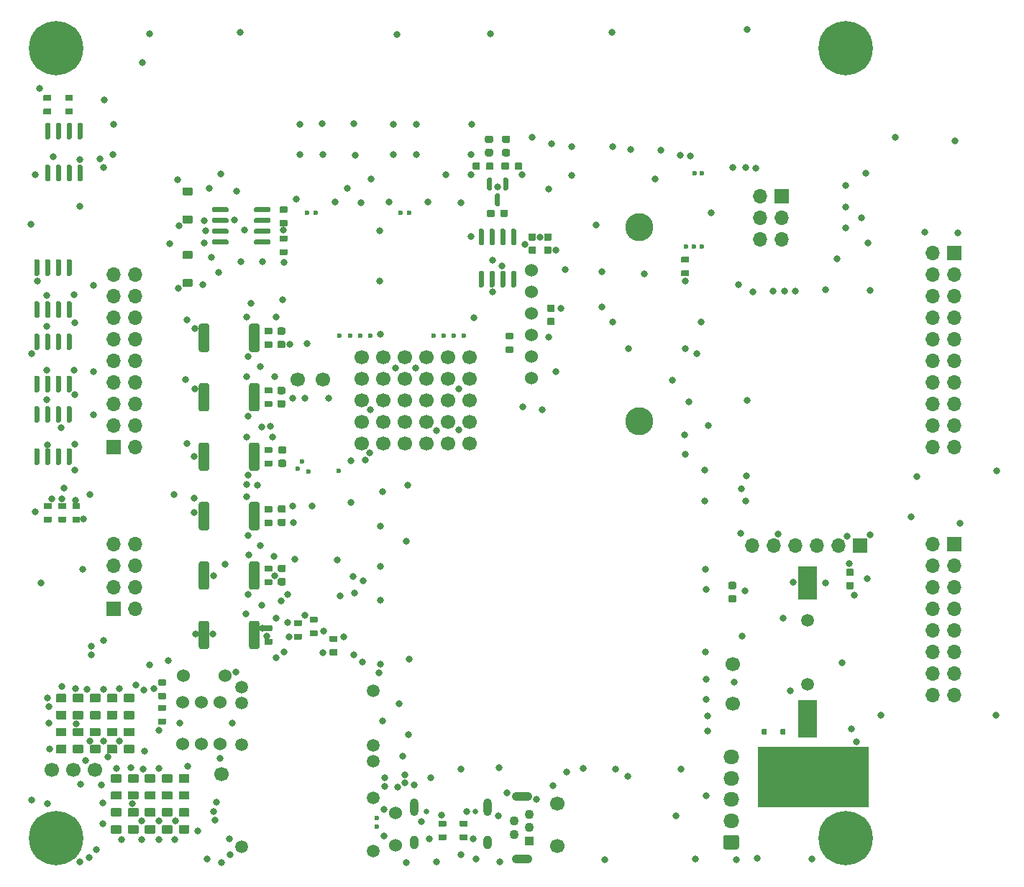
<source format=gbs>
G04 #@! TF.GenerationSoftware,KiCad,Pcbnew,8.0.6-8.0.6-0~ubuntu22.04.1*
G04 #@! TF.CreationDate,2024-10-18T13:26:58+00:00*
G04 #@! TF.ProjectId,uefi2,75656669-322e-46b6-9963-61645f706362,C*
G04 #@! TF.SameCoordinates,PX2fb21b8PY98952e8*
G04 #@! TF.FileFunction,Soldermask,Bot*
G04 #@! TF.FilePolarity,Negative*
%FSLAX46Y46*%
G04 Gerber Fmt 4.6, Leading zero omitted, Abs format (unit mm)*
G04 Created by KiCad (PCBNEW 8.0.6-8.0.6-0~ubuntu22.04.1) date 2024-10-18 13:26:58*
%MOMM*%
%LPD*%
G01*
G04 APERTURE LIST*
%ADD10C,0.120000*%
%ADD11C,1.700000*%
%ADD12C,0.800000*%
%ADD13C,6.400000*%
%ADD14C,1.524000*%
%ADD15O,1.850000X1.700000*%
%ADD16C,0.600000*%
%ADD17R,1.100000X1.100000*%
%ADD18C,1.100000*%
%ADD19O,2.400000X1.100000*%
%ADD20C,1.500000*%
%ADD21C,0.599999*%
%ADD22C,0.650000*%
%ADD23O,1.000000X2.100000*%
%ADD24O,1.000000X1.600000*%
%ADD25R,1.700000X1.700000*%
%ADD26O,1.700000X1.700000*%
%ADD27C,3.302000*%
%ADD28R,2.299995X4.399991*%
%ADD29R,2.299995X3.999992*%
G04 APERTURE END LIST*
D10*
G04 #@! TO.C,U5*
X99137400Y7219600D02*
X86137400Y7219600D01*
X86137400Y14219600D01*
X99137400Y14219600D01*
X99137400Y7219600D01*
G36*
X99137400Y7219600D02*
G01*
X86137400Y7219600D01*
X86137400Y14219600D01*
X99137400Y14219600D01*
X99137400Y7219600D01*
G37*
G04 #@! TD*
D11*
G04 #@! TO.C,P8*
X83187400Y19294600D03*
G04 #@! TD*
G04 #@! TO.C,P1*
X31987400Y57494600D03*
G04 #@! TD*
G04 #@! TO.C,P2*
X34887400Y57494600D03*
G04 #@! TD*
G04 #@! TO.C,P15*
X5527400Y11494600D03*
G04 #@! TD*
D12*
G04 #@! TO.C,H1*
X1087400Y96494600D03*
X1790344Y98191656D03*
X1790344Y94797544D03*
X3487400Y98894600D03*
D13*
X3487400Y96494600D03*
D12*
X3487400Y94094600D03*
X5184456Y98191656D03*
X5184456Y94797544D03*
X5887400Y96494600D03*
G04 #@! TD*
G04 #@! TO.C,H4*
X94087400Y96494600D03*
X94790344Y98191656D03*
X94790344Y94797544D03*
X96487400Y98894600D03*
D13*
X96487400Y96494600D03*
D12*
X96487400Y94094600D03*
X98184456Y98191656D03*
X98184456Y94797544D03*
X98887400Y96494600D03*
G04 #@! TD*
D14*
G04 #@! TO.C,F4*
X18387400Y19444600D03*
X18387400Y14544600D03*
G04 #@! TD*
G04 #@! TO.C,J7*
G36*
G01*
X83662400Y2144600D02*
X82312400Y2144600D01*
G75*
G02*
X82062400Y2394600I0J250000D01*
G01*
X82062400Y3594600D01*
G75*
G02*
X82312400Y3844600I250000J0D01*
G01*
X83662400Y3844600D01*
G75*
G02*
X83912400Y3594600I0J-250000D01*
G01*
X83912400Y2394600D01*
G75*
G02*
X83662400Y2144600I-250000J0D01*
G01*
G37*
D15*
X82987400Y5494600D03*
X82987400Y7994600D03*
X82987400Y10494600D03*
X82987400Y12994600D03*
G04 #@! TD*
D11*
G04 #@! TO.C,P4*
X62487400Y7494600D03*
G04 #@! TD*
D12*
G04 #@! TO.C,H2*
X1087400Y3494600D03*
X1790344Y5191656D03*
X1790344Y1797544D03*
X3487400Y5894600D03*
D13*
X3487400Y3494600D03*
D12*
X3487400Y1094600D03*
X5184456Y5191656D03*
X5184456Y1797544D03*
X5887400Y3494600D03*
G04 #@! TD*
D16*
G04 #@! TO.C,M3*
X49162400Y62669600D03*
X47962400Y62669600D03*
X50362400Y62669600D03*
X51562400Y62669600D03*
X45102400Y77094600D03*
X44102400Y77094600D03*
G04 #@! TD*
D11*
G04 #@! TO.C,P17*
X2987400Y11494600D03*
G04 #@! TD*
D17*
G04 #@! TO.C,J8*
X59237400Y3094600D03*
D18*
X57487400Y3894600D03*
X59237400Y4694600D03*
X57487400Y5494600D03*
X59237400Y6294600D03*
D19*
X58362400Y1044600D03*
X58362400Y8344600D03*
G04 #@! TD*
D14*
G04 #@! TO.C,F3*
X20587400Y19444600D03*
X20587400Y14544600D03*
G04 #@! TD*
D16*
G04 #@! TO.C,M2*
X79562399Y73119600D03*
X78612399Y73119600D03*
X77662401Y73119600D03*
X78662399Y81819600D03*
X79562399Y81819600D03*
G04 #@! TD*
D11*
G04 #@! TO.C,P18*
X22987400Y10994600D03*
G04 #@! TD*
D20*
G04 #@! TO.C,M1*
X40862395Y20819599D03*
X40862395Y14419602D03*
X40862395Y12519599D03*
X40862395Y8219599D03*
D16*
X41312394Y5819602D03*
X41312394Y4819601D03*
D20*
X40862395Y1969599D03*
X25362398Y21269601D03*
X25362398Y19419602D03*
X25362398Y14469599D03*
X25362398Y2419601D03*
G04 #@! TD*
D21*
G04 #@! TO.C,M7*
X31987399Y46969601D03*
X32512399Y47844603D03*
X33262397Y46669599D03*
X36812398Y46744602D03*
G04 #@! TD*
D14*
G04 #@! TO.C,F1*
X22787400Y19444600D03*
X22787400Y14544600D03*
G04 #@! TD*
D11*
G04 #@! TO.C,G3*
X39487400Y49954600D03*
X39487400Y52494600D03*
X39487400Y55034600D03*
X39487400Y57574600D03*
X39487400Y60114600D03*
X42027400Y49954600D03*
X42027400Y52494600D03*
X42027400Y55034600D03*
X42027400Y57574600D03*
X42027400Y60114600D03*
X44567400Y49954600D03*
X44567400Y52494600D03*
X44567400Y55034600D03*
X44567400Y57574600D03*
X44567400Y60114600D03*
G04 #@! TD*
G04 #@! TO.C,P3*
X62487400Y2494600D03*
G04 #@! TD*
D14*
G04 #@! TO.C,R4*
X43462009Y6469209D03*
X43462009Y2659209D03*
G04 #@! TD*
D11*
G04 #@! TO.C,P7*
X83187400Y23994600D03*
G04 #@! TD*
D22*
G04 #@! TO.C,J9*
X47097400Y6599600D03*
X52877400Y6599600D03*
D23*
X45667400Y7099600D03*
D24*
X45667400Y2919600D03*
D23*
X54307400Y7099600D03*
D24*
X54307400Y2919600D03*
G04 #@! TD*
D12*
G04 #@! TO.C,H3*
X94087400Y3494600D03*
X94790344Y5191656D03*
X94790344Y1797544D03*
X96487400Y5894600D03*
D13*
X96487400Y3494600D03*
D12*
X96487400Y1094600D03*
X98184456Y5191656D03*
X98184456Y1797544D03*
X98887400Y3494600D03*
G04 #@! TD*
D16*
G04 #@! TO.C,M4*
X38112400Y62669600D03*
X36912400Y62669600D03*
X39312400Y62669600D03*
X40512400Y62669600D03*
X34052400Y77094600D03*
X33052400Y77094600D03*
G04 #@! TD*
D14*
G04 #@! TO.C,F2*
X18537400Y22594600D03*
X23437400Y22594600D03*
G04 #@! TD*
D25*
G04 #@! TO.C,J6*
X98137400Y37894600D03*
D26*
X95597400Y37894600D03*
X93057400Y37894600D03*
X90517400Y37894600D03*
X87977400Y37894600D03*
X85437400Y37894600D03*
G04 #@! TD*
D27*
G04 #@! TO.C,U3*
X72190650Y75424600D03*
X72190650Y52564600D03*
D14*
X59490650Y70344600D03*
X59490650Y67804600D03*
X59490650Y65264600D03*
X59490650Y62724600D03*
X59490650Y60184600D03*
X59490650Y57644600D03*
G04 #@! TD*
D11*
G04 #@! TO.C,P16*
X8067400Y11494600D03*
G04 #@! TD*
G04 #@! TO.C,G4*
X47107400Y49954600D03*
X47107400Y52494600D03*
X47107400Y55034600D03*
X47107400Y57574600D03*
X47107400Y60114600D03*
X49647400Y49954600D03*
X49647400Y52494600D03*
X49647400Y55034600D03*
X49647400Y57574600D03*
X49647400Y60114600D03*
X52187400Y49954600D03*
X52187400Y52494600D03*
X52187400Y55034600D03*
X52187400Y57574600D03*
X52187400Y60114600D03*
G04 #@! TD*
G04 #@! TO.C,D8*
G36*
G01*
X54387400Y81251623D02*
X54687400Y81251623D01*
G75*
G02*
X54837400Y81101623I0J-150000D01*
G01*
X54837400Y79926623D01*
G75*
G02*
X54687400Y79776623I-150000J0D01*
G01*
X54387400Y79776623D01*
G75*
G02*
X54237400Y79926623I0J150000D01*
G01*
X54237400Y81101623D01*
G75*
G02*
X54387400Y81251623I150000J0D01*
G01*
G37*
G36*
G01*
X56287400Y81251623D02*
X56587400Y81251623D01*
G75*
G02*
X56737400Y81101623I0J-150000D01*
G01*
X56737400Y79926623D01*
G75*
G02*
X56587400Y79776623I-150000J0D01*
G01*
X56287400Y79776623D01*
G75*
G02*
X56137400Y79926623I0J150000D01*
G01*
X56137400Y81101623D01*
G75*
G02*
X56287400Y81251623I150000J0D01*
G01*
G37*
G36*
G01*
X55337400Y79376623D02*
X55637400Y79376623D01*
G75*
G02*
X55787400Y79226623I0J-150000D01*
G01*
X55787400Y78051623D01*
G75*
G02*
X55637400Y77901623I-150000J0D01*
G01*
X55337400Y77901623D01*
G75*
G02*
X55187400Y78051623I0J150000D01*
G01*
X55187400Y79226623D01*
G75*
G02*
X55337400Y79376623I150000J0D01*
G01*
G37*
G04 #@! TD*
G04 #@! TO.C,C10*
G36*
G01*
X12637400Y13454600D02*
X11587400Y13454600D01*
G75*
G02*
X11487400Y13554600I0J100000D01*
G01*
X11487400Y14354600D01*
G75*
G02*
X11587400Y14454600I100000J0D01*
G01*
X12637400Y14454600D01*
G75*
G02*
X12737400Y14354600I0J-100000D01*
G01*
X12737400Y13554600D01*
G75*
G02*
X12637400Y13454600I-100000J0D01*
G01*
G37*
G36*
G01*
X12637400Y15454600D02*
X11587400Y15454600D01*
G75*
G02*
X11487400Y15554600I0J100000D01*
G01*
X11487400Y16354600D01*
G75*
G02*
X11587400Y16454600I100000J0D01*
G01*
X12637400Y16454600D01*
G75*
G02*
X12737400Y16354600I0J-100000D01*
G01*
X12737400Y15554600D01*
G75*
G02*
X12637400Y15454600I-100000J0D01*
G01*
G37*
G04 #@! TD*
G04 #@! TO.C,C27*
G36*
G01*
X61447400Y66309601D02*
X62127400Y66309601D01*
G75*
G02*
X62212400Y66224601I0J-85000D01*
G01*
X62212400Y65544601D01*
G75*
G02*
X62127400Y65459601I-85000J0D01*
G01*
X61447400Y65459601D01*
G75*
G02*
X61362400Y65544601I0J85000D01*
G01*
X61362400Y66224601D01*
G75*
G02*
X61447400Y66309601I85000J0D01*
G01*
G37*
G36*
G01*
X61447400Y64729599D02*
X62127400Y64729599D01*
G75*
G02*
X62212400Y64644599I0J-85000D01*
G01*
X62212400Y63964599D01*
G75*
G02*
X62127400Y63879599I-85000J0D01*
G01*
X61447400Y63879599D01*
G75*
G02*
X61362400Y63964599I0J85000D01*
G01*
X61362400Y64644599D01*
G75*
G02*
X61447400Y64729599I85000J0D01*
G01*
G37*
G04 #@! TD*
G04 #@! TO.C,D4*
G36*
G01*
X19497400Y75894600D02*
X18477400Y75894600D01*
G75*
G02*
X18387400Y75984600I0J90000D01*
G01*
X18387400Y76704600D01*
G75*
G02*
X18477400Y76794600I90000J0D01*
G01*
X19497400Y76794600D01*
G75*
G02*
X19587400Y76704600I0J-90000D01*
G01*
X19587400Y75984600D01*
G75*
G02*
X19497400Y75894600I-90000J0D01*
G01*
G37*
G36*
G01*
X19497400Y79194600D02*
X18477400Y79194600D01*
G75*
G02*
X18387400Y79284600I0J90000D01*
G01*
X18387400Y80004600D01*
G75*
G02*
X18477400Y80094600I90000J0D01*
G01*
X19497400Y80094600D01*
G75*
G02*
X19587400Y80004600I0J-90000D01*
G01*
X19587400Y79284600D01*
G75*
G02*
X19497400Y79194600I-90000J0D01*
G01*
G37*
G04 #@! TD*
D20*
G04 #@! TO.C,BT1*
X91987400Y21594742D03*
X91987400Y29094600D03*
D28*
X91987400Y17494648D03*
D29*
X91987400Y33494667D03*
G04 #@! TD*
G04 #@! TO.C,U10*
G36*
G01*
X1082400Y62894600D02*
X1382400Y62894600D01*
G75*
G02*
X1532400Y62744600I0J-150000D01*
G01*
X1532400Y61094600D01*
G75*
G02*
X1382400Y60944600I-150000J0D01*
G01*
X1082400Y60944600D01*
G75*
G02*
X932400Y61094600I0J150000D01*
G01*
X932400Y62744600D01*
G75*
G02*
X1082400Y62894600I150000J0D01*
G01*
G37*
G36*
G01*
X2352400Y62894600D02*
X2652400Y62894600D01*
G75*
G02*
X2802400Y62744600I0J-150000D01*
G01*
X2802400Y61094600D01*
G75*
G02*
X2652400Y60944600I-150000J0D01*
G01*
X2352400Y60944600D01*
G75*
G02*
X2202400Y61094600I0J150000D01*
G01*
X2202400Y62744600D01*
G75*
G02*
X2352400Y62894600I150000J0D01*
G01*
G37*
G36*
G01*
X3622400Y62894600D02*
X3922400Y62894600D01*
G75*
G02*
X4072400Y62744600I0J-150000D01*
G01*
X4072400Y61094600D01*
G75*
G02*
X3922400Y60944600I-150000J0D01*
G01*
X3622400Y60944600D01*
G75*
G02*
X3472400Y61094600I0J150000D01*
G01*
X3472400Y62744600D01*
G75*
G02*
X3622400Y62894600I150000J0D01*
G01*
G37*
G36*
G01*
X4892400Y62894600D02*
X5192400Y62894600D01*
G75*
G02*
X5342400Y62744600I0J-150000D01*
G01*
X5342400Y61094600D01*
G75*
G02*
X5192400Y60944600I-150000J0D01*
G01*
X4892400Y60944600D01*
G75*
G02*
X4742400Y61094600I0J150000D01*
G01*
X4742400Y62744600D01*
G75*
G02*
X4892400Y62894600I150000J0D01*
G01*
G37*
G36*
G01*
X4892400Y57944600D02*
X5192400Y57944600D01*
G75*
G02*
X5342400Y57794600I0J-150000D01*
G01*
X5342400Y56144600D01*
G75*
G02*
X5192400Y55994600I-150000J0D01*
G01*
X4892400Y55994600D01*
G75*
G02*
X4742400Y56144600I0J150000D01*
G01*
X4742400Y57794600D01*
G75*
G02*
X4892400Y57944600I150000J0D01*
G01*
G37*
G36*
G01*
X3622400Y57944600D02*
X3922400Y57944600D01*
G75*
G02*
X4072400Y57794600I0J-150000D01*
G01*
X4072400Y56144600D01*
G75*
G02*
X3922400Y55994600I-150000J0D01*
G01*
X3622400Y55994600D01*
G75*
G02*
X3472400Y56144600I0J150000D01*
G01*
X3472400Y57794600D01*
G75*
G02*
X3622400Y57944600I150000J0D01*
G01*
G37*
G36*
G01*
X2352400Y57944600D02*
X2652400Y57944600D01*
G75*
G02*
X2802400Y57794600I0J-150000D01*
G01*
X2802400Y56144600D01*
G75*
G02*
X2652400Y55994600I-150000J0D01*
G01*
X2352400Y55994600D01*
G75*
G02*
X2202400Y56144600I0J150000D01*
G01*
X2202400Y57794600D01*
G75*
G02*
X2352400Y57944600I150000J0D01*
G01*
G37*
G36*
G01*
X1082400Y57944600D02*
X1382400Y57944600D01*
G75*
G02*
X1532400Y57794600I0J-150000D01*
G01*
X1532400Y56144600D01*
G75*
G02*
X1382400Y55994600I-150000J0D01*
G01*
X1082400Y55994600D01*
G75*
G02*
X932400Y56144600I0J150000D01*
G01*
X932400Y57794600D01*
G75*
G02*
X1082400Y57944600I150000J0D01*
G01*
G37*
G04 #@! TD*
G04 #@! TO.C,R31*
G36*
G01*
X2927400Y40644600D02*
X2147400Y40644600D01*
G75*
G02*
X2077400Y40714600I0J70000D01*
G01*
X2077400Y41274600D01*
G75*
G02*
X2147400Y41344600I70000J0D01*
G01*
X2927400Y41344600D01*
G75*
G02*
X2997400Y41274600I0J-70000D01*
G01*
X2997400Y40714600D01*
G75*
G02*
X2927400Y40644600I-70000J0D01*
G01*
G37*
G36*
G01*
X2927400Y42244600D02*
X2147400Y42244600D01*
G75*
G02*
X2077400Y42314600I0J70000D01*
G01*
X2077400Y42874600D01*
G75*
G02*
X2147400Y42944600I70000J0D01*
G01*
X2927400Y42944600D01*
G75*
G02*
X2997400Y42874600I0J-70000D01*
G01*
X2997400Y42314600D01*
G75*
G02*
X2927400Y42244600I-70000J0D01*
G01*
G37*
G04 #@! TD*
G04 #@! TO.C,C30*
G36*
G01*
X58392402Y82934600D02*
X58392402Y82254600D01*
G75*
G02*
X58307402Y82169600I-85000J0D01*
G01*
X57627402Y82169600D01*
G75*
G02*
X57542402Y82254600I0J85000D01*
G01*
X57542402Y82934600D01*
G75*
G02*
X57627402Y83019600I85000J0D01*
G01*
X58307402Y83019600D01*
G75*
G02*
X58392402Y82934600I0J-85000D01*
G01*
G37*
G36*
G01*
X56812400Y82934600D02*
X56812400Y82254600D01*
G75*
G02*
X56727400Y82169600I-85000J0D01*
G01*
X56047400Y82169600D01*
G75*
G02*
X55962400Y82254600I0J85000D01*
G01*
X55962400Y82934600D01*
G75*
G02*
X56047400Y83019600I85000J0D01*
G01*
X56727400Y83019600D01*
G75*
G02*
X56812400Y82934600I0J-85000D01*
G01*
G37*
G04 #@! TD*
G04 #@! TO.C,C7*
G36*
G01*
X6637400Y13454600D02*
X5587400Y13454600D01*
G75*
G02*
X5487400Y13554600I0J100000D01*
G01*
X5487400Y14354600D01*
G75*
G02*
X5587400Y14454600I100000J0D01*
G01*
X6637400Y14454600D01*
G75*
G02*
X6737400Y14354600I0J-100000D01*
G01*
X6737400Y13554600D01*
G75*
G02*
X6637400Y13454600I-100000J0D01*
G01*
G37*
G36*
G01*
X6637400Y15454600D02*
X5587400Y15454600D01*
G75*
G02*
X5487400Y15554600I0J100000D01*
G01*
X5487400Y16354600D01*
G75*
G02*
X5587400Y16454600I100000J0D01*
G01*
X6637400Y16454600D01*
G75*
G02*
X6737400Y16354600I0J-100000D01*
G01*
X6737400Y15554600D01*
G75*
G02*
X6637400Y15454600I-100000J0D01*
G01*
G37*
G04 #@! TD*
G04 #@! TO.C,C33*
G36*
G01*
X96647400Y35209601D02*
X97327400Y35209601D01*
G75*
G02*
X97412400Y35124601I0J-85000D01*
G01*
X97412400Y34444601D01*
G75*
G02*
X97327400Y34359601I-85000J0D01*
G01*
X96647400Y34359601D01*
G75*
G02*
X96562400Y34444601I0J85000D01*
G01*
X96562400Y35124601D01*
G75*
G02*
X96647400Y35209601I85000J0D01*
G01*
G37*
G36*
G01*
X96647400Y33629599D02*
X97327400Y33629599D01*
G75*
G02*
X97412400Y33544599I0J-85000D01*
G01*
X97412400Y32864599D01*
G75*
G02*
X97327400Y32779599I-85000J0D01*
G01*
X96647400Y32779599D01*
G75*
G02*
X96562400Y32864599I0J85000D01*
G01*
X96562400Y33544599D01*
G75*
G02*
X96647400Y33629599I85000J0D01*
G01*
G37*
G04 #@! TD*
G04 #@! TO.C,C29*
G36*
G01*
X54272399Y76736623D02*
X54272399Y77416623D01*
G75*
G02*
X54357399Y77501623I85000J0D01*
G01*
X55037399Y77501623D01*
G75*
G02*
X55122399Y77416623I0J-85000D01*
G01*
X55122399Y76736623D01*
G75*
G02*
X55037399Y76651623I-85000J0D01*
G01*
X54357399Y76651623D01*
G75*
G02*
X54272399Y76736623I0J85000D01*
G01*
G37*
G36*
G01*
X55852401Y76736623D02*
X55852401Y77416623D01*
G75*
G02*
X55937401Y77501623I85000J0D01*
G01*
X56617401Y77501623D01*
G75*
G02*
X56702401Y77416623I0J-85000D01*
G01*
X56702401Y76736623D01*
G75*
G02*
X56617401Y76651623I-85000J0D01*
G01*
X55937401Y76651623D01*
G75*
G02*
X55852401Y76736623I0J85000D01*
G01*
G37*
G04 #@! TD*
G04 #@! TO.C,R34*
G36*
G01*
X6277400Y40644600D02*
X5497400Y40644600D01*
G75*
G02*
X5427400Y40714600I0J70000D01*
G01*
X5427400Y41274600D01*
G75*
G02*
X5497400Y41344600I70000J0D01*
G01*
X6277400Y41344600D01*
G75*
G02*
X6347400Y41274600I0J-70000D01*
G01*
X6347400Y40714600D01*
G75*
G02*
X6277400Y40644600I-70000J0D01*
G01*
G37*
G36*
G01*
X6277400Y42244600D02*
X5497400Y42244600D01*
G75*
G02*
X5427400Y42314600I0J70000D01*
G01*
X5427400Y42874600D01*
G75*
G02*
X5497400Y42944600I70000J0D01*
G01*
X6277400Y42944600D01*
G75*
G02*
X6347400Y42874600I0J-70000D01*
G01*
X6347400Y42314600D01*
G75*
G02*
X6277400Y42244600I-70000J0D01*
G01*
G37*
G04 #@! TD*
G04 #@! TO.C,C17*
G36*
G01*
X16062400Y10994600D02*
X17112400Y10994600D01*
G75*
G02*
X17212400Y10894600I0J-100000D01*
G01*
X17212400Y10094600D01*
G75*
G02*
X17112400Y9994600I-100000J0D01*
G01*
X16062400Y9994600D01*
G75*
G02*
X15962400Y10094600I0J100000D01*
G01*
X15962400Y10894600D01*
G75*
G02*
X16062400Y10994600I100000J0D01*
G01*
G37*
G36*
G01*
X16062400Y8994600D02*
X17112400Y8994600D01*
G75*
G02*
X17212400Y8894600I0J-100000D01*
G01*
X17212400Y8094600D01*
G75*
G02*
X17112400Y7994600I-100000J0D01*
G01*
X16062400Y7994600D01*
G75*
G02*
X15962400Y8094600I0J100000D01*
G01*
X15962400Y8894600D01*
G75*
G02*
X16062400Y8994600I100000J0D01*
G01*
G37*
G04 #@! TD*
G04 #@! TO.C,R20*
G36*
G01*
X27462400Y63819600D02*
X27462400Y60969600D01*
G75*
G02*
X27212400Y60719600I-250000J0D01*
G01*
X26487400Y60719600D01*
G75*
G02*
X26237400Y60969600I0J250000D01*
G01*
X26237400Y63819600D01*
G75*
G02*
X26487400Y64069600I250000J0D01*
G01*
X27212400Y64069600D01*
G75*
G02*
X27462400Y63819600I0J-250000D01*
G01*
G37*
G36*
G01*
X21537400Y63819600D02*
X21537400Y60969600D01*
G75*
G02*
X21287400Y60719600I-250000J0D01*
G01*
X20562400Y60719600D01*
G75*
G02*
X20312400Y60969600I0J250000D01*
G01*
X20312400Y63819600D01*
G75*
G02*
X20562400Y64069600I250000J0D01*
G01*
X21287400Y64069600D01*
G75*
G02*
X21537400Y63819600I0J-250000D01*
G01*
G37*
G04 #@! TD*
D25*
G04 #@! TO.C,J2*
X109237400Y72374600D03*
D26*
X106697400Y72374600D03*
X109237400Y69834600D03*
X106697400Y69834600D03*
X109237400Y67294600D03*
X106697400Y67294600D03*
X109237400Y64754600D03*
X106697400Y64754600D03*
X109237400Y62214600D03*
X106697400Y62214600D03*
X109237400Y59674600D03*
X106697400Y59674600D03*
X109237400Y57134600D03*
X106697400Y57134600D03*
X109237400Y54594600D03*
X106697400Y54594600D03*
X109237400Y52054600D03*
X106697400Y52054600D03*
X109237400Y49514600D03*
X106697400Y49514600D03*
G04 #@! TD*
G04 #@! TO.C,C3*
G36*
G01*
X7587400Y20454600D02*
X8637400Y20454600D01*
G75*
G02*
X8737400Y20354600I0J-100000D01*
G01*
X8737400Y19554600D01*
G75*
G02*
X8637400Y19454600I-100000J0D01*
G01*
X7587400Y19454600D01*
G75*
G02*
X7487400Y19554600I0J100000D01*
G01*
X7487400Y20354600D01*
G75*
G02*
X7587400Y20454600I100000J0D01*
G01*
G37*
G36*
G01*
X7587400Y18454600D02*
X8637400Y18454600D01*
G75*
G02*
X8737400Y18354600I0J-100000D01*
G01*
X8737400Y17554600D01*
G75*
G02*
X8637400Y17454600I-100000J0D01*
G01*
X7587400Y17454600D01*
G75*
G02*
X7487400Y17554600I0J100000D01*
G01*
X7487400Y18354600D01*
G75*
G02*
X7587400Y18454600I100000J0D01*
G01*
G37*
G04 #@! TD*
G04 #@! TO.C,C23*
G36*
G01*
X19112400Y3994600D02*
X18062400Y3994600D01*
G75*
G02*
X17962400Y4094600I0J100000D01*
G01*
X17962400Y4894600D01*
G75*
G02*
X18062400Y4994600I100000J0D01*
G01*
X19112400Y4994600D01*
G75*
G02*
X19212400Y4894600I0J-100000D01*
G01*
X19212400Y4094600D01*
G75*
G02*
X19112400Y3994600I-100000J0D01*
G01*
G37*
G36*
G01*
X19112400Y5994600D02*
X18062400Y5994600D01*
G75*
G02*
X17962400Y6094600I0J100000D01*
G01*
X17962400Y6894600D01*
G75*
G02*
X18062400Y6994600I100000J0D01*
G01*
X19112400Y6994600D01*
G75*
G02*
X19212400Y6894600I0J-100000D01*
G01*
X19212400Y6094600D01*
G75*
G02*
X19112400Y5994600I-100000J0D01*
G01*
G37*
G04 #@! TD*
G04 #@! TO.C,U4*
G36*
G01*
X53432400Y75244600D02*
X53732400Y75244600D01*
G75*
G02*
X53882400Y75094600I0J-150000D01*
G01*
X53882400Y73444600D01*
G75*
G02*
X53732400Y73294600I-150000J0D01*
G01*
X53432400Y73294600D01*
G75*
G02*
X53282400Y73444600I0J150000D01*
G01*
X53282400Y75094600D01*
G75*
G02*
X53432400Y75244600I150000J0D01*
G01*
G37*
G36*
G01*
X54702400Y75244600D02*
X55002400Y75244600D01*
G75*
G02*
X55152400Y75094600I0J-150000D01*
G01*
X55152400Y73444600D01*
G75*
G02*
X55002400Y73294600I-150000J0D01*
G01*
X54702400Y73294600D01*
G75*
G02*
X54552400Y73444600I0J150000D01*
G01*
X54552400Y75094600D01*
G75*
G02*
X54702400Y75244600I150000J0D01*
G01*
G37*
G36*
G01*
X55972400Y75244600D02*
X56272400Y75244600D01*
G75*
G02*
X56422400Y75094600I0J-150000D01*
G01*
X56422400Y73444600D01*
G75*
G02*
X56272400Y73294600I-150000J0D01*
G01*
X55972400Y73294600D01*
G75*
G02*
X55822400Y73444600I0J150000D01*
G01*
X55822400Y75094600D01*
G75*
G02*
X55972400Y75244600I150000J0D01*
G01*
G37*
G36*
G01*
X57242400Y75244600D02*
X57542400Y75244600D01*
G75*
G02*
X57692400Y75094600I0J-150000D01*
G01*
X57692400Y73444600D01*
G75*
G02*
X57542400Y73294600I-150000J0D01*
G01*
X57242400Y73294600D01*
G75*
G02*
X57092400Y73444600I0J150000D01*
G01*
X57092400Y75094600D01*
G75*
G02*
X57242400Y75244600I150000J0D01*
G01*
G37*
G36*
G01*
X57242400Y70294600D02*
X57542400Y70294600D01*
G75*
G02*
X57692400Y70144600I0J-150000D01*
G01*
X57692400Y68494600D01*
G75*
G02*
X57542400Y68344600I-150000J0D01*
G01*
X57242400Y68344600D01*
G75*
G02*
X57092400Y68494600I0J150000D01*
G01*
X57092400Y70144600D01*
G75*
G02*
X57242400Y70294600I150000J0D01*
G01*
G37*
G36*
G01*
X55972400Y70294600D02*
X56272400Y70294600D01*
G75*
G02*
X56422400Y70144600I0J-150000D01*
G01*
X56422400Y68494600D01*
G75*
G02*
X56272400Y68344600I-150000J0D01*
G01*
X55972400Y68344600D01*
G75*
G02*
X55822400Y68494600I0J150000D01*
G01*
X55822400Y70144600D01*
G75*
G02*
X55972400Y70294600I150000J0D01*
G01*
G37*
G36*
G01*
X54702400Y70294600D02*
X55002400Y70294600D01*
G75*
G02*
X55152400Y70144600I0J-150000D01*
G01*
X55152400Y68494600D01*
G75*
G02*
X55002400Y68344600I-150000J0D01*
G01*
X54702400Y68344600D01*
G75*
G02*
X54552400Y68494600I0J150000D01*
G01*
X54552400Y70144600D01*
G75*
G02*
X54702400Y70294600I150000J0D01*
G01*
G37*
G36*
G01*
X53432400Y70294600D02*
X53732400Y70294600D01*
G75*
G02*
X53882400Y70144600I0J-150000D01*
G01*
X53882400Y68494600D01*
G75*
G02*
X53732400Y68344600I-150000J0D01*
G01*
X53432400Y68344600D01*
G75*
G02*
X53282400Y68494600I0J150000D01*
G01*
X53282400Y70144600D01*
G75*
G02*
X53432400Y70294600I150000J0D01*
G01*
G37*
G04 #@! TD*
G04 #@! TO.C,C1*
G36*
G01*
X3587400Y20454600D02*
X4637400Y20454600D01*
G75*
G02*
X4737400Y20354600I0J-100000D01*
G01*
X4737400Y19554600D01*
G75*
G02*
X4637400Y19454600I-100000J0D01*
G01*
X3587400Y19454600D01*
G75*
G02*
X3487400Y19554600I0J100000D01*
G01*
X3487400Y20354600D01*
G75*
G02*
X3587400Y20454600I100000J0D01*
G01*
G37*
G36*
G01*
X3587400Y18454600D02*
X4637400Y18454600D01*
G75*
G02*
X4737400Y18354600I0J-100000D01*
G01*
X4737400Y17554600D01*
G75*
G02*
X4637400Y17454600I-100000J0D01*
G01*
X3587400Y17454600D01*
G75*
G02*
X3487400Y17554600I0J100000D01*
G01*
X3487400Y18354600D01*
G75*
G02*
X3587400Y18454600I100000J0D01*
G01*
G37*
G04 #@! TD*
G04 #@! TO.C,R26*
G36*
G01*
X27462400Y42819600D02*
X27462400Y39969600D01*
G75*
G02*
X27212400Y39719600I-250000J0D01*
G01*
X26487400Y39719600D01*
G75*
G02*
X26237400Y39969600I0J250000D01*
G01*
X26237400Y42819600D01*
G75*
G02*
X26487400Y43069600I250000J0D01*
G01*
X27212400Y43069600D01*
G75*
G02*
X27462400Y42819600I0J-250000D01*
G01*
G37*
G36*
G01*
X21537400Y42819600D02*
X21537400Y39969600D01*
G75*
G02*
X21287400Y39719600I-250000J0D01*
G01*
X20562400Y39719600D01*
G75*
G02*
X20312400Y39969600I0J250000D01*
G01*
X20312400Y42819600D01*
G75*
G02*
X20562400Y43069600I250000J0D01*
G01*
X21287400Y43069600D01*
G75*
G02*
X21537400Y42819600I0J-250000D01*
G01*
G37*
G04 #@! TD*
G04 #@! TO.C,U11*
G36*
G01*
X1082400Y54344600D02*
X1382400Y54344600D01*
G75*
G02*
X1532400Y54194600I0J-150000D01*
G01*
X1532400Y52544600D01*
G75*
G02*
X1382400Y52394600I-150000J0D01*
G01*
X1082400Y52394600D01*
G75*
G02*
X932400Y52544600I0J150000D01*
G01*
X932400Y54194600D01*
G75*
G02*
X1082400Y54344600I150000J0D01*
G01*
G37*
G36*
G01*
X2352400Y54344600D02*
X2652400Y54344600D01*
G75*
G02*
X2802400Y54194600I0J-150000D01*
G01*
X2802400Y52544600D01*
G75*
G02*
X2652400Y52394600I-150000J0D01*
G01*
X2352400Y52394600D01*
G75*
G02*
X2202400Y52544600I0J150000D01*
G01*
X2202400Y54194600D01*
G75*
G02*
X2352400Y54344600I150000J0D01*
G01*
G37*
G36*
G01*
X3622400Y54344600D02*
X3922400Y54344600D01*
G75*
G02*
X4072400Y54194600I0J-150000D01*
G01*
X4072400Y52544600D01*
G75*
G02*
X3922400Y52394600I-150000J0D01*
G01*
X3622400Y52394600D01*
G75*
G02*
X3472400Y52544600I0J150000D01*
G01*
X3472400Y54194600D01*
G75*
G02*
X3622400Y54344600I150000J0D01*
G01*
G37*
G36*
G01*
X4892400Y54344600D02*
X5192400Y54344600D01*
G75*
G02*
X5342400Y54194600I0J-150000D01*
G01*
X5342400Y52544600D01*
G75*
G02*
X5192400Y52394600I-150000J0D01*
G01*
X4892400Y52394600D01*
G75*
G02*
X4742400Y52544600I0J150000D01*
G01*
X4742400Y54194600D01*
G75*
G02*
X4892400Y54344600I150000J0D01*
G01*
G37*
G36*
G01*
X4892400Y49394600D02*
X5192400Y49394600D01*
G75*
G02*
X5342400Y49244600I0J-150000D01*
G01*
X5342400Y47594600D01*
G75*
G02*
X5192400Y47444600I-150000J0D01*
G01*
X4892400Y47444600D01*
G75*
G02*
X4742400Y47594600I0J150000D01*
G01*
X4742400Y49244600D01*
G75*
G02*
X4892400Y49394600I150000J0D01*
G01*
G37*
G36*
G01*
X3622400Y49394600D02*
X3922400Y49394600D01*
G75*
G02*
X4072400Y49244600I0J-150000D01*
G01*
X4072400Y47594600D01*
G75*
G02*
X3922400Y47444600I-150000J0D01*
G01*
X3622400Y47444600D01*
G75*
G02*
X3472400Y47594600I0J150000D01*
G01*
X3472400Y49244600D01*
G75*
G02*
X3622400Y49394600I150000J0D01*
G01*
G37*
G36*
G01*
X2352400Y49394600D02*
X2652400Y49394600D01*
G75*
G02*
X2802400Y49244600I0J-150000D01*
G01*
X2802400Y47594600D01*
G75*
G02*
X2652400Y47444600I-150000J0D01*
G01*
X2352400Y47444600D01*
G75*
G02*
X2202400Y47594600I0J150000D01*
G01*
X2202400Y49244600D01*
G75*
G02*
X2352400Y49394600I150000J0D01*
G01*
G37*
G36*
G01*
X1082400Y49394600D02*
X1382400Y49394600D01*
G75*
G02*
X1532400Y49244600I0J-150000D01*
G01*
X1532400Y47594600D01*
G75*
G02*
X1382400Y47444600I-150000J0D01*
G01*
X1082400Y47444600D01*
G75*
G02*
X932400Y47594600I0J150000D01*
G01*
X932400Y49244600D01*
G75*
G02*
X1082400Y49394600I150000J0D01*
G01*
G37*
G04 #@! TD*
G04 #@! TO.C,C31*
G36*
G01*
X59927400Y72279599D02*
X59247400Y72279599D01*
G75*
G02*
X59162400Y72364599I0J85000D01*
G01*
X59162400Y73044599D01*
G75*
G02*
X59247400Y73129599I85000J0D01*
G01*
X59927400Y73129599D01*
G75*
G02*
X60012400Y73044599I0J-85000D01*
G01*
X60012400Y72364599D01*
G75*
G02*
X59927400Y72279599I-85000J0D01*
G01*
G37*
G36*
G01*
X59927400Y73859601D02*
X59247400Y73859601D01*
G75*
G02*
X59162400Y73944601I0J85000D01*
G01*
X59162400Y74624601D01*
G75*
G02*
X59247400Y74709601I85000J0D01*
G01*
X59927400Y74709601D01*
G75*
G02*
X60012400Y74624601I0J-85000D01*
G01*
X60012400Y73944601D01*
G75*
G02*
X59927400Y73859601I-85000J0D01*
G01*
G37*
G04 #@! TD*
G04 #@! TO.C,F9*
G36*
G01*
X29831150Y35669600D02*
X30343650Y35669600D01*
G75*
G02*
X30562400Y35450850I0J-218750D01*
G01*
X30562400Y35013350D01*
G75*
G02*
X30343650Y34794600I-218750J0D01*
G01*
X29831150Y34794600D01*
G75*
G02*
X29612400Y35013350I0J218750D01*
G01*
X29612400Y35450850D01*
G75*
G02*
X29831150Y35669600I218750J0D01*
G01*
G37*
G36*
G01*
X29831150Y34094600D02*
X30343650Y34094600D01*
G75*
G02*
X30562400Y33875850I0J-218750D01*
G01*
X30562400Y33438350D01*
G75*
G02*
X30343650Y33219600I-218750J0D01*
G01*
X29831150Y33219600D01*
G75*
G02*
X29612400Y33438350I0J218750D01*
G01*
X29612400Y33875850D01*
G75*
G02*
X29831150Y34094600I218750J0D01*
G01*
G37*
G04 #@! TD*
G04 #@! TO.C,C14*
G36*
G01*
X10062400Y10994600D02*
X11112400Y10994600D01*
G75*
G02*
X11212400Y10894600I0J-100000D01*
G01*
X11212400Y10094600D01*
G75*
G02*
X11112400Y9994600I-100000J0D01*
G01*
X10062400Y9994600D01*
G75*
G02*
X9962400Y10094600I0J100000D01*
G01*
X9962400Y10894600D01*
G75*
G02*
X10062400Y10994600I100000J0D01*
G01*
G37*
G36*
G01*
X10062400Y8994600D02*
X11112400Y8994600D01*
G75*
G02*
X11212400Y8894600I0J-100000D01*
G01*
X11212400Y8094600D01*
G75*
G02*
X11112400Y7994600I-100000J0D01*
G01*
X10062400Y7994600D01*
G75*
G02*
X9962400Y8094600I0J100000D01*
G01*
X9962400Y8894600D01*
G75*
G02*
X10062400Y8994600I100000J0D01*
G01*
G37*
G04 #@! TD*
G04 #@! TO.C,C19*
G36*
G01*
X11112400Y3994600D02*
X10062400Y3994600D01*
G75*
G02*
X9962400Y4094600I0J100000D01*
G01*
X9962400Y4894600D01*
G75*
G02*
X10062400Y4994600I100000J0D01*
G01*
X11112400Y4994600D01*
G75*
G02*
X11212400Y4894600I0J-100000D01*
G01*
X11212400Y4094600D01*
G75*
G02*
X11112400Y3994600I-100000J0D01*
G01*
G37*
G36*
G01*
X11112400Y5994600D02*
X10062400Y5994600D01*
G75*
G02*
X9962400Y6094600I0J100000D01*
G01*
X9962400Y6894600D01*
G75*
G02*
X10062400Y6994600I100000J0D01*
G01*
X11112400Y6994600D01*
G75*
G02*
X11212400Y6894600I0J-100000D01*
G01*
X11212400Y6094600D01*
G75*
G02*
X11112400Y5994600I-100000J0D01*
G01*
G37*
G04 #@! TD*
G04 #@! TO.C,F6*
G36*
G01*
X29781150Y63619600D02*
X30293650Y63619600D01*
G75*
G02*
X30512400Y63400850I0J-218750D01*
G01*
X30512400Y62963350D01*
G75*
G02*
X30293650Y62744600I-218750J0D01*
G01*
X29781150Y62744600D01*
G75*
G02*
X29562400Y62963350I0J218750D01*
G01*
X29562400Y63400850D01*
G75*
G02*
X29781150Y63619600I218750J0D01*
G01*
G37*
G36*
G01*
X29781150Y62044600D02*
X30293650Y62044600D01*
G75*
G02*
X30512400Y61825850I0J-218750D01*
G01*
X30512400Y61388350D01*
G75*
G02*
X30293650Y61169600I-218750J0D01*
G01*
X29781150Y61169600D01*
G75*
G02*
X29562400Y61388350I0J218750D01*
G01*
X29562400Y61825850D01*
G75*
G02*
X29781150Y62044600I218750J0D01*
G01*
G37*
G04 #@! TD*
G04 #@! TO.C,R27*
G36*
G01*
X27462400Y35819600D02*
X27462400Y32969600D01*
G75*
G02*
X27212400Y32719600I-250000J0D01*
G01*
X26487400Y32719600D01*
G75*
G02*
X26237400Y32969600I0J250000D01*
G01*
X26237400Y35819600D01*
G75*
G02*
X26487400Y36069600I250000J0D01*
G01*
X27212400Y36069600D01*
G75*
G02*
X27462400Y35819600I0J-250000D01*
G01*
G37*
G36*
G01*
X21537400Y35819600D02*
X21537400Y32969600D01*
G75*
G02*
X21287400Y32719600I-250000J0D01*
G01*
X20562400Y32719600D01*
G75*
G02*
X20312400Y32969600I0J250000D01*
G01*
X20312400Y35819600D01*
G75*
G02*
X20562400Y36069600I250000J0D01*
G01*
X21287400Y36069600D01*
G75*
G02*
X21537400Y35819600I0J-250000D01*
G01*
G37*
G04 #@! TD*
G04 #@! TO.C,R21*
G36*
G01*
X27462400Y56819600D02*
X27462400Y53969600D01*
G75*
G02*
X27212400Y53719600I-250000J0D01*
G01*
X26487400Y53719600D01*
G75*
G02*
X26237400Y53969600I0J250000D01*
G01*
X26237400Y56819600D01*
G75*
G02*
X26487400Y57069600I250000J0D01*
G01*
X27212400Y57069600D01*
G75*
G02*
X27462400Y56819600I0J-250000D01*
G01*
G37*
G36*
G01*
X21537400Y56819600D02*
X21537400Y53969600D01*
G75*
G02*
X21287400Y53719600I-250000J0D01*
G01*
X20562400Y53719600D01*
G75*
G02*
X20312400Y53969600I0J250000D01*
G01*
X20312400Y56819600D01*
G75*
G02*
X20562400Y57069600I250000J0D01*
G01*
X21287400Y57069600D01*
G75*
G02*
X21537400Y56819600I0J-250000D01*
G01*
G37*
G04 #@! TD*
G04 #@! TO.C,C4*
G36*
G01*
X9587400Y20454600D02*
X10637400Y20454600D01*
G75*
G02*
X10737400Y20354600I0J-100000D01*
G01*
X10737400Y19554600D01*
G75*
G02*
X10637400Y19454600I-100000J0D01*
G01*
X9587400Y19454600D01*
G75*
G02*
X9487400Y19554600I0J100000D01*
G01*
X9487400Y20354600D01*
G75*
G02*
X9587400Y20454600I100000J0D01*
G01*
G37*
G36*
G01*
X9587400Y18454600D02*
X10637400Y18454600D01*
G75*
G02*
X10737400Y18354600I0J-100000D01*
G01*
X10737400Y17554600D01*
G75*
G02*
X10637400Y17454600I-100000J0D01*
G01*
X9587400Y17454600D01*
G75*
G02*
X9487400Y17554600I0J100000D01*
G01*
X9487400Y18354600D01*
G75*
G02*
X9587400Y18454600I100000J0D01*
G01*
G37*
G04 #@! TD*
G04 #@! TO.C,F10*
G36*
G01*
X82881150Y33669600D02*
X83393650Y33669600D01*
G75*
G02*
X83612400Y33450850I0J-218750D01*
G01*
X83612400Y33013350D01*
G75*
G02*
X83393650Y32794600I-218750J0D01*
G01*
X82881150Y32794600D01*
G75*
G02*
X82662400Y33013350I0J218750D01*
G01*
X82662400Y33450850D01*
G75*
G02*
X82881150Y33669600I218750J0D01*
G01*
G37*
G36*
G01*
X82881150Y32094600D02*
X83393650Y32094600D01*
G75*
G02*
X83612400Y31875850I0J-218750D01*
G01*
X83612400Y31438350D01*
G75*
G02*
X83393650Y31219600I-218750J0D01*
G01*
X82881150Y31219600D01*
G75*
G02*
X82662400Y31438350I0J218750D01*
G01*
X82662400Y31875850D01*
G75*
G02*
X82881150Y32094600I218750J0D01*
G01*
G37*
G04 #@! TD*
G04 #@! TO.C,D2*
G36*
G01*
X19497400Y68394600D02*
X18477400Y68394600D01*
G75*
G02*
X18387400Y68484600I0J90000D01*
G01*
X18387400Y69204600D01*
G75*
G02*
X18477400Y69294600I90000J0D01*
G01*
X19497400Y69294600D01*
G75*
G02*
X19587400Y69204600I0J-90000D01*
G01*
X19587400Y68484600D01*
G75*
G02*
X19497400Y68394600I-90000J0D01*
G01*
G37*
G36*
G01*
X19497400Y71694600D02*
X18477400Y71694600D01*
G75*
G02*
X18387400Y71784600I0J90000D01*
G01*
X18387400Y72504600D01*
G75*
G02*
X18477400Y72594600I90000J0D01*
G01*
X19497400Y72594600D01*
G75*
G02*
X19587400Y72504600I0J-90000D01*
G01*
X19587400Y71784600D01*
G75*
G02*
X19497400Y71694600I-90000J0D01*
G01*
G37*
G04 #@! TD*
G04 #@! TO.C,D1*
G36*
G01*
X87127400Y15694600D02*
X86647400Y15694600D01*
G75*
G02*
X86587400Y15754600I0J60000D01*
G01*
X86587400Y16234600D01*
G75*
G02*
X86647400Y16294600I60000J0D01*
G01*
X87127400Y16294600D01*
G75*
G02*
X87187400Y16234600I0J-60000D01*
G01*
X87187400Y15754600D01*
G75*
G02*
X87127400Y15694600I-60000J0D01*
G01*
G37*
G36*
G01*
X89327400Y15694600D02*
X88847400Y15694600D01*
G75*
G02*
X88787400Y15754600I0J60000D01*
G01*
X88787400Y16234600D01*
G75*
G02*
X88847400Y16294600I60000J0D01*
G01*
X89327400Y16294600D01*
G75*
G02*
X89387400Y16234600I0J-60000D01*
G01*
X89387400Y15754600D01*
G75*
G02*
X89327400Y15694600I-60000J0D01*
G01*
G37*
G04 #@! TD*
G04 #@! TO.C,R19*
G36*
G01*
X28889900Y47244600D02*
X28109900Y47244600D01*
G75*
G02*
X28039900Y47314600I0J70000D01*
G01*
X28039900Y47874600D01*
G75*
G02*
X28109900Y47944600I70000J0D01*
G01*
X28889900Y47944600D01*
G75*
G02*
X28959900Y47874600I0J-70000D01*
G01*
X28959900Y47314600D01*
G75*
G02*
X28889900Y47244600I-70000J0D01*
G01*
G37*
G36*
G01*
X28889900Y48844600D02*
X28109900Y48844600D01*
G75*
G02*
X28039900Y48914600I0J70000D01*
G01*
X28039900Y49474600D01*
G75*
G02*
X28109900Y49544600I70000J0D01*
G01*
X28889900Y49544600D01*
G75*
G02*
X28959900Y49474600I0J-70000D01*
G01*
X28959900Y48914600D01*
G75*
G02*
X28889900Y48844600I-70000J0D01*
G01*
G37*
G04 #@! TD*
G04 #@! TO.C,R33*
G36*
G01*
X31597400Y29144600D02*
X32377400Y29144600D01*
G75*
G02*
X32447400Y29074600I0J-70000D01*
G01*
X32447400Y28514600D01*
G75*
G02*
X32377400Y28444600I-70000J0D01*
G01*
X31597400Y28444600D01*
G75*
G02*
X31527400Y28514600I0J70000D01*
G01*
X31527400Y29074600D01*
G75*
G02*
X31597400Y29144600I70000J0D01*
G01*
G37*
G36*
G01*
X31597400Y27544600D02*
X32377400Y27544600D01*
G75*
G02*
X32447400Y27474600I0J-70000D01*
G01*
X32447400Y26914600D01*
G75*
G02*
X32377400Y26844600I-70000J0D01*
G01*
X31597400Y26844600D01*
G75*
G02*
X31527400Y26914600I0J70000D01*
G01*
X31527400Y27474600D01*
G75*
G02*
X31597400Y27544600I70000J0D01*
G01*
G37*
G04 #@! TD*
G04 #@! TO.C,C21*
G36*
G01*
X15112400Y3994600D02*
X14062400Y3994600D01*
G75*
G02*
X13962400Y4094600I0J100000D01*
G01*
X13962400Y4894600D01*
G75*
G02*
X14062400Y4994600I100000J0D01*
G01*
X15112400Y4994600D01*
G75*
G02*
X15212400Y4894600I0J-100000D01*
G01*
X15212400Y4094600D01*
G75*
G02*
X15112400Y3994600I-100000J0D01*
G01*
G37*
G36*
G01*
X15112400Y5994600D02*
X14062400Y5994600D01*
G75*
G02*
X13962400Y6094600I0J100000D01*
G01*
X13962400Y6894600D01*
G75*
G02*
X14062400Y6994600I100000J0D01*
G01*
X15112400Y6994600D01*
G75*
G02*
X15212400Y6894600I0J-100000D01*
G01*
X15212400Y6094600D01*
G75*
G02*
X15112400Y5994600I-100000J0D01*
G01*
G37*
G04 #@! TD*
G04 #@! TO.C,F8*
G36*
G01*
X29831150Y42669600D02*
X30343650Y42669600D01*
G75*
G02*
X30562400Y42450850I0J-218750D01*
G01*
X30562400Y42013350D01*
G75*
G02*
X30343650Y41794600I-218750J0D01*
G01*
X29831150Y41794600D01*
G75*
G02*
X29612400Y42013350I0J218750D01*
G01*
X29612400Y42450850D01*
G75*
G02*
X29831150Y42669600I218750J0D01*
G01*
G37*
G36*
G01*
X29831150Y41094600D02*
X30343650Y41094600D01*
G75*
G02*
X30562400Y40875850I0J-218750D01*
G01*
X30562400Y40438350D01*
G75*
G02*
X30343650Y40219600I-218750J0D01*
G01*
X29831150Y40219600D01*
G75*
G02*
X29612400Y40438350I0J218750D01*
G01*
X29612400Y40875850D01*
G75*
G02*
X29831150Y41094600I218750J0D01*
G01*
G37*
G04 #@! TD*
D25*
G04 #@! TO.C,J3*
X88982400Y79089600D03*
D26*
X86442400Y79089600D03*
X88982400Y76549600D03*
X86442400Y76549600D03*
X88982400Y74009600D03*
X86442400Y74009600D03*
G04 #@! TD*
G04 #@! TO.C,R23*
G36*
G01*
X28889900Y40244600D02*
X28109900Y40244600D01*
G75*
G02*
X28039900Y40314600I0J70000D01*
G01*
X28039900Y40874600D01*
G75*
G02*
X28109900Y40944600I70000J0D01*
G01*
X28889900Y40944600D01*
G75*
G02*
X28959900Y40874600I0J-70000D01*
G01*
X28959900Y40314600D01*
G75*
G02*
X28889900Y40244600I-70000J0D01*
G01*
G37*
G36*
G01*
X28889900Y41844600D02*
X28109900Y41844600D01*
G75*
G02*
X28039900Y41914600I0J70000D01*
G01*
X28039900Y42474600D01*
G75*
G02*
X28109900Y42544600I70000J0D01*
G01*
X28889900Y42544600D01*
G75*
G02*
X28959900Y42474600I0J-70000D01*
G01*
X28959900Y41914600D01*
G75*
G02*
X28889900Y41844600I-70000J0D01*
G01*
G37*
G04 #@! TD*
G04 #@! TO.C,R7*
G36*
G01*
X49377400Y3222918D02*
X48597400Y3222918D01*
G75*
G02*
X48527400Y3292918I0J70000D01*
G01*
X48527400Y3852918D01*
G75*
G02*
X48597400Y3922918I70000J0D01*
G01*
X49377400Y3922918D01*
G75*
G02*
X49447400Y3852918I0J-70000D01*
G01*
X49447400Y3292918D01*
G75*
G02*
X49377400Y3222918I-70000J0D01*
G01*
G37*
G36*
G01*
X49377400Y4822918D02*
X48597400Y4822918D01*
G75*
G02*
X48527400Y4892918I0J70000D01*
G01*
X48527400Y5452918D01*
G75*
G02*
X48597400Y5522918I70000J0D01*
G01*
X49377400Y5522918D01*
G75*
G02*
X49447400Y5452918I0J-70000D01*
G01*
X49447400Y4892918D01*
G75*
G02*
X49377400Y4822918I-70000J0D01*
G01*
G37*
G04 #@! TD*
G04 #@! TO.C,R24*
G36*
G01*
X28889900Y33244600D02*
X28109900Y33244600D01*
G75*
G02*
X28039900Y33314600I0J70000D01*
G01*
X28039900Y33874600D01*
G75*
G02*
X28109900Y33944600I70000J0D01*
G01*
X28889900Y33944600D01*
G75*
G02*
X28959900Y33874600I0J-70000D01*
G01*
X28959900Y33314600D01*
G75*
G02*
X28889900Y33244600I-70000J0D01*
G01*
G37*
G36*
G01*
X28889900Y34844600D02*
X28109900Y34844600D01*
G75*
G02*
X28039900Y34914600I0J70000D01*
G01*
X28039900Y35474600D01*
G75*
G02*
X28109900Y35544600I70000J0D01*
G01*
X28889900Y35544600D01*
G75*
G02*
X28959900Y35474600I0J-70000D01*
G01*
X28959900Y34914600D01*
G75*
G02*
X28889900Y34844600I-70000J0D01*
G01*
G37*
G04 #@! TD*
G04 #@! TO.C,F7*
G36*
G01*
X29881150Y49619600D02*
X30393650Y49619600D01*
G75*
G02*
X30612400Y49400850I0J-218750D01*
G01*
X30612400Y48963350D01*
G75*
G02*
X30393650Y48744600I-218750J0D01*
G01*
X29881150Y48744600D01*
G75*
G02*
X29662400Y48963350I0J218750D01*
G01*
X29662400Y49400850D01*
G75*
G02*
X29881150Y49619600I218750J0D01*
G01*
G37*
G36*
G01*
X29881150Y48044600D02*
X30393650Y48044600D01*
G75*
G02*
X30612400Y47825850I0J-218750D01*
G01*
X30612400Y47388350D01*
G75*
G02*
X30393650Y47169600I-218750J0D01*
G01*
X29881150Y47169600D01*
G75*
G02*
X29662400Y47388350I0J218750D01*
G01*
X29662400Y47825850D01*
G75*
G02*
X29881150Y48044600I218750J0D01*
G01*
G37*
G04 #@! TD*
G04 #@! TO.C,C32*
G36*
G01*
X61727400Y72279599D02*
X61047400Y72279599D01*
G75*
G02*
X60962400Y72364599I0J85000D01*
G01*
X60962400Y73044599D01*
G75*
G02*
X61047400Y73129599I85000J0D01*
G01*
X61727400Y73129599D01*
G75*
G02*
X61812400Y73044599I0J-85000D01*
G01*
X61812400Y72364599D01*
G75*
G02*
X61727400Y72279599I-85000J0D01*
G01*
G37*
G36*
G01*
X61727400Y73859601D02*
X61047400Y73859601D01*
G75*
G02*
X60962400Y73944601I0J85000D01*
G01*
X60962400Y74624601D01*
G75*
G02*
X61047400Y74709601I85000J0D01*
G01*
X61727400Y74709601D01*
G75*
G02*
X61812400Y74624601I0J-85000D01*
G01*
X61812400Y73944601D01*
G75*
G02*
X61727400Y73859601I-85000J0D01*
G01*
G37*
G04 #@! TD*
G04 #@! TO.C,R16*
G36*
G01*
X5427400Y88694600D02*
X4647400Y88694600D01*
G75*
G02*
X4577400Y88764600I0J70000D01*
G01*
X4577400Y89324600D01*
G75*
G02*
X4647400Y89394600I70000J0D01*
G01*
X5427400Y89394600D01*
G75*
G02*
X5497400Y89324600I0J-70000D01*
G01*
X5497400Y88764600D01*
G75*
G02*
X5427400Y88694600I-70000J0D01*
G01*
G37*
G36*
G01*
X5427400Y90294600D02*
X4647400Y90294600D01*
G75*
G02*
X4577400Y90364600I0J70000D01*
G01*
X4577400Y90924600D01*
G75*
G02*
X4647400Y90994600I70000J0D01*
G01*
X5427400Y90994600D01*
G75*
G02*
X5497400Y90924600I0J-70000D01*
G01*
X5497400Y90364600D01*
G75*
G02*
X5427400Y90294600I-70000J0D01*
G01*
G37*
G04 #@! TD*
G04 #@! TO.C,U9*
G36*
G01*
X1082400Y71644600D02*
X1382400Y71644600D01*
G75*
G02*
X1532400Y71494600I0J-150000D01*
G01*
X1532400Y69844600D01*
G75*
G02*
X1382400Y69694600I-150000J0D01*
G01*
X1082400Y69694600D01*
G75*
G02*
X932400Y69844600I0J150000D01*
G01*
X932400Y71494600D01*
G75*
G02*
X1082400Y71644600I150000J0D01*
G01*
G37*
G36*
G01*
X2352400Y71644600D02*
X2652400Y71644600D01*
G75*
G02*
X2802400Y71494600I0J-150000D01*
G01*
X2802400Y69844600D01*
G75*
G02*
X2652400Y69694600I-150000J0D01*
G01*
X2352400Y69694600D01*
G75*
G02*
X2202400Y69844600I0J150000D01*
G01*
X2202400Y71494600D01*
G75*
G02*
X2352400Y71644600I150000J0D01*
G01*
G37*
G36*
G01*
X3622400Y71644600D02*
X3922400Y71644600D01*
G75*
G02*
X4072400Y71494600I0J-150000D01*
G01*
X4072400Y69844600D01*
G75*
G02*
X3922400Y69694600I-150000J0D01*
G01*
X3622400Y69694600D01*
G75*
G02*
X3472400Y69844600I0J150000D01*
G01*
X3472400Y71494600D01*
G75*
G02*
X3622400Y71644600I150000J0D01*
G01*
G37*
G36*
G01*
X4892400Y71644600D02*
X5192400Y71644600D01*
G75*
G02*
X5342400Y71494600I0J-150000D01*
G01*
X5342400Y69844600D01*
G75*
G02*
X5192400Y69694600I-150000J0D01*
G01*
X4892400Y69694600D01*
G75*
G02*
X4742400Y69844600I0J150000D01*
G01*
X4742400Y71494600D01*
G75*
G02*
X4892400Y71644600I150000J0D01*
G01*
G37*
G36*
G01*
X4892400Y66694600D02*
X5192400Y66694600D01*
G75*
G02*
X5342400Y66544600I0J-150000D01*
G01*
X5342400Y64894600D01*
G75*
G02*
X5192400Y64744600I-150000J0D01*
G01*
X4892400Y64744600D01*
G75*
G02*
X4742400Y64894600I0J150000D01*
G01*
X4742400Y66544600D01*
G75*
G02*
X4892400Y66694600I150000J0D01*
G01*
G37*
G36*
G01*
X3622400Y66694600D02*
X3922400Y66694600D01*
G75*
G02*
X4072400Y66544600I0J-150000D01*
G01*
X4072400Y64894600D01*
G75*
G02*
X3922400Y64744600I-150000J0D01*
G01*
X3622400Y64744600D01*
G75*
G02*
X3472400Y64894600I0J150000D01*
G01*
X3472400Y66544600D01*
G75*
G02*
X3622400Y66694600I150000J0D01*
G01*
G37*
G36*
G01*
X2352400Y66694600D02*
X2652400Y66694600D01*
G75*
G02*
X2802400Y66544600I0J-150000D01*
G01*
X2802400Y64894600D01*
G75*
G02*
X2652400Y64744600I-150000J0D01*
G01*
X2352400Y64744600D01*
G75*
G02*
X2202400Y64894600I0J150000D01*
G01*
X2202400Y66544600D01*
G75*
G02*
X2352400Y66694600I150000J0D01*
G01*
G37*
G36*
G01*
X1082400Y66694600D02*
X1382400Y66694600D01*
G75*
G02*
X1532400Y66544600I0J-150000D01*
G01*
X1532400Y64894600D01*
G75*
G02*
X1382400Y64744600I-150000J0D01*
G01*
X1082400Y64744600D01*
G75*
G02*
X932400Y64894600I0J150000D01*
G01*
X932400Y66544600D01*
G75*
G02*
X1082400Y66694600I150000J0D01*
G01*
G37*
G04 #@! TD*
G04 #@! TO.C,R30*
G36*
G01*
X36577400Y24994600D02*
X35797400Y24994600D01*
G75*
G02*
X35727400Y25064600I0J70000D01*
G01*
X35727400Y25624600D01*
G75*
G02*
X35797400Y25694600I70000J0D01*
G01*
X36577400Y25694600D01*
G75*
G02*
X36647400Y25624600I0J-70000D01*
G01*
X36647400Y25064600D01*
G75*
G02*
X36577400Y24994600I-70000J0D01*
G01*
G37*
G36*
G01*
X36577400Y26594600D02*
X35797400Y26594600D01*
G75*
G02*
X35727400Y26664600I0J70000D01*
G01*
X35727400Y27224600D01*
G75*
G02*
X35797400Y27294600I70000J0D01*
G01*
X36577400Y27294600D01*
G75*
G02*
X36647400Y27224600I0J-70000D01*
G01*
X36647400Y26664600D01*
G75*
G02*
X36577400Y26594600I-70000J0D01*
G01*
G37*
G04 #@! TD*
G04 #@! TO.C,R22*
G36*
G01*
X27462400Y49819600D02*
X27462400Y46969600D01*
G75*
G02*
X27212400Y46719600I-250000J0D01*
G01*
X26487400Y46719600D01*
G75*
G02*
X26237400Y46969600I0J250000D01*
G01*
X26237400Y49819600D01*
G75*
G02*
X26487400Y50069600I250000J0D01*
G01*
X27212400Y50069600D01*
G75*
G02*
X27462400Y49819600I0J-250000D01*
G01*
G37*
G36*
G01*
X21537400Y49819600D02*
X21537400Y46969600D01*
G75*
G02*
X21287400Y46719600I-250000J0D01*
G01*
X20562400Y46719600D01*
G75*
G02*
X20312400Y46969600I0J250000D01*
G01*
X20312400Y49819600D01*
G75*
G02*
X20562400Y50069600I250000J0D01*
G01*
X21287400Y50069600D01*
G75*
G02*
X21537400Y49819600I0J-250000D01*
G01*
G37*
G04 #@! TD*
G04 #@! TO.C,R25*
G36*
G01*
X28889900Y26244600D02*
X28109900Y26244600D01*
G75*
G02*
X28039900Y26314600I0J70000D01*
G01*
X28039900Y26874600D01*
G75*
G02*
X28109900Y26944600I70000J0D01*
G01*
X28889900Y26944600D01*
G75*
G02*
X28959900Y26874600I0J-70000D01*
G01*
X28959900Y26314600D01*
G75*
G02*
X28889900Y26244600I-70000J0D01*
G01*
G37*
G36*
G01*
X28889900Y27844600D02*
X28109900Y27844600D01*
G75*
G02*
X28039900Y27914600I0J70000D01*
G01*
X28039900Y28474600D01*
G75*
G02*
X28109900Y28544600I70000J0D01*
G01*
X28889900Y28544600D01*
G75*
G02*
X28959900Y28474600I0J-70000D01*
G01*
X28959900Y27914600D01*
G75*
G02*
X28889900Y27844600I-70000J0D01*
G01*
G37*
G04 #@! TD*
G04 #@! TO.C,L2*
G36*
G01*
X54231150Y86219600D02*
X54743650Y86219600D01*
G75*
G02*
X54962400Y86000850I0J-218750D01*
G01*
X54962400Y85563350D01*
G75*
G02*
X54743650Y85344600I-218750J0D01*
G01*
X54231150Y85344600D01*
G75*
G02*
X54012400Y85563350I0J218750D01*
G01*
X54012400Y86000850D01*
G75*
G02*
X54231150Y86219600I218750J0D01*
G01*
G37*
G36*
G01*
X54231150Y84644600D02*
X54743650Y84644600D01*
G75*
G02*
X54962400Y84425850I0J-218750D01*
G01*
X54962400Y83988350D01*
G75*
G02*
X54743650Y83769600I-218750J0D01*
G01*
X54231150Y83769600D01*
G75*
G02*
X54012400Y83988350I0J218750D01*
G01*
X54012400Y84425850D01*
G75*
G02*
X54231150Y84644600I218750J0D01*
G01*
G37*
G04 #@! TD*
G04 #@! TO.C,C16*
G36*
G01*
X14062400Y10994600D02*
X15112400Y10994600D01*
G75*
G02*
X15212400Y10894600I0J-100000D01*
G01*
X15212400Y10094600D01*
G75*
G02*
X15112400Y9994600I-100000J0D01*
G01*
X14062400Y9994600D01*
G75*
G02*
X13962400Y10094600I0J100000D01*
G01*
X13962400Y10894600D01*
G75*
G02*
X14062400Y10994600I100000J0D01*
G01*
G37*
G36*
G01*
X14062400Y8994600D02*
X15112400Y8994600D01*
G75*
G02*
X15212400Y8894600I0J-100000D01*
G01*
X15212400Y8094600D01*
G75*
G02*
X15112400Y7994600I-100000J0D01*
G01*
X14062400Y7994600D01*
G75*
G02*
X13962400Y8094600I0J100000D01*
G01*
X13962400Y8894600D01*
G75*
G02*
X14062400Y8994600I100000J0D01*
G01*
G37*
G04 #@! TD*
G04 #@! TO.C,R17*
G36*
G01*
X28889900Y61244600D02*
X28109900Y61244600D01*
G75*
G02*
X28039900Y61314600I0J70000D01*
G01*
X28039900Y61874600D01*
G75*
G02*
X28109900Y61944600I70000J0D01*
G01*
X28889900Y61944600D01*
G75*
G02*
X28959900Y61874600I0J-70000D01*
G01*
X28959900Y61314600D01*
G75*
G02*
X28889900Y61244600I-70000J0D01*
G01*
G37*
G36*
G01*
X28889900Y62844600D02*
X28109900Y62844600D01*
G75*
G02*
X28039900Y62914600I0J70000D01*
G01*
X28039900Y63474600D01*
G75*
G02*
X28109900Y63544600I70000J0D01*
G01*
X28889900Y63544600D01*
G75*
G02*
X28959900Y63474600I0J-70000D01*
G01*
X28959900Y62914600D01*
G75*
G02*
X28889900Y62844600I-70000J0D01*
G01*
G37*
G04 #@! TD*
G04 #@! TO.C,C22*
G36*
G01*
X17112400Y3994600D02*
X16062400Y3994600D01*
G75*
G02*
X15962400Y4094600I0J100000D01*
G01*
X15962400Y4894600D01*
G75*
G02*
X16062400Y4994600I100000J0D01*
G01*
X17112400Y4994600D01*
G75*
G02*
X17212400Y4894600I0J-100000D01*
G01*
X17212400Y4094600D01*
G75*
G02*
X17112400Y3994600I-100000J0D01*
G01*
G37*
G36*
G01*
X17112400Y5994600D02*
X16062400Y5994600D01*
G75*
G02*
X15962400Y6094600I0J100000D01*
G01*
X15962400Y6894600D01*
G75*
G02*
X16062400Y6994600I100000J0D01*
G01*
X17112400Y6994600D01*
G75*
G02*
X17212400Y6894600I0J-100000D01*
G01*
X17212400Y6094600D01*
G75*
G02*
X17112400Y5994600I-100000J0D01*
G01*
G37*
G04 #@! TD*
G04 #@! TO.C,R8*
G36*
G01*
X51877400Y3222918D02*
X51097400Y3222918D01*
G75*
G02*
X51027400Y3292918I0J70000D01*
G01*
X51027400Y3852918D01*
G75*
G02*
X51097400Y3922918I70000J0D01*
G01*
X51877400Y3922918D01*
G75*
G02*
X51947400Y3852918I0J-70000D01*
G01*
X51947400Y3292918D01*
G75*
G02*
X51877400Y3222918I-70000J0D01*
G01*
G37*
G36*
G01*
X51877400Y4822918D02*
X51097400Y4822918D01*
G75*
G02*
X51027400Y4892918I0J70000D01*
G01*
X51027400Y5452918D01*
G75*
G02*
X51097400Y5522918I70000J0D01*
G01*
X51877400Y5522918D01*
G75*
G02*
X51947400Y5452918I0J-70000D01*
G01*
X51947400Y4892918D01*
G75*
G02*
X51877400Y4822918I-70000J0D01*
G01*
G37*
G04 #@! TD*
G04 #@! TO.C,R3*
G36*
G01*
X16377400Y16844600D02*
X15597400Y16844600D01*
G75*
G02*
X15527400Y16914600I0J70000D01*
G01*
X15527400Y17474600D01*
G75*
G02*
X15597400Y17544600I70000J0D01*
G01*
X16377400Y17544600D01*
G75*
G02*
X16447400Y17474600I0J-70000D01*
G01*
X16447400Y16914600D01*
G75*
G02*
X16377400Y16844600I-70000J0D01*
G01*
G37*
G36*
G01*
X16377400Y18444600D02*
X15597400Y18444600D01*
G75*
G02*
X15527400Y18514600I0J70000D01*
G01*
X15527400Y19074600D01*
G75*
G02*
X15597400Y19144600I70000J0D01*
G01*
X16377400Y19144600D01*
G75*
G02*
X16447400Y19074600I0J-70000D01*
G01*
X16447400Y18514600D01*
G75*
G02*
X16377400Y18444600I-70000J0D01*
G01*
G37*
G04 #@! TD*
G04 #@! TO.C,R15*
G36*
G01*
X2877400Y88694600D02*
X2097400Y88694600D01*
G75*
G02*
X2027400Y88764600I0J70000D01*
G01*
X2027400Y89324600D01*
G75*
G02*
X2097400Y89394600I70000J0D01*
G01*
X2877400Y89394600D01*
G75*
G02*
X2947400Y89324600I0J-70000D01*
G01*
X2947400Y88764600D01*
G75*
G02*
X2877400Y88694600I-70000J0D01*
G01*
G37*
G36*
G01*
X2877400Y90294600D02*
X2097400Y90294600D01*
G75*
G02*
X2027400Y90364600I0J70000D01*
G01*
X2027400Y90924600D01*
G75*
G02*
X2097400Y90994600I70000J0D01*
G01*
X2877400Y90994600D01*
G75*
G02*
X2947400Y90924600I0J-70000D01*
G01*
X2947400Y90364600D01*
G75*
G02*
X2877400Y90294600I-70000J0D01*
G01*
G37*
G04 #@! TD*
G04 #@! TO.C,R13*
G36*
G01*
X30677400Y72144600D02*
X29897400Y72144600D01*
G75*
G02*
X29827400Y72214600I0J70000D01*
G01*
X29827400Y72774600D01*
G75*
G02*
X29897400Y72844600I70000J0D01*
G01*
X30677400Y72844600D01*
G75*
G02*
X30747400Y72774600I0J-70000D01*
G01*
X30747400Y72214600D01*
G75*
G02*
X30677400Y72144600I-70000J0D01*
G01*
G37*
G36*
G01*
X30677400Y73744600D02*
X29897400Y73744600D01*
G75*
G02*
X29827400Y73814600I0J70000D01*
G01*
X29827400Y74374600D01*
G75*
G02*
X29897400Y74444600I70000J0D01*
G01*
X30677400Y74444600D01*
G75*
G02*
X30747400Y74374600I0J-70000D01*
G01*
X30747400Y73814600D01*
G75*
G02*
X30677400Y73744600I-70000J0D01*
G01*
G37*
G04 #@! TD*
G04 #@! TO.C,C5*
G36*
G01*
X11587400Y20454600D02*
X12637400Y20454600D01*
G75*
G02*
X12737400Y20354600I0J-100000D01*
G01*
X12737400Y19554600D01*
G75*
G02*
X12637400Y19454600I-100000J0D01*
G01*
X11587400Y19454600D01*
G75*
G02*
X11487400Y19554600I0J100000D01*
G01*
X11487400Y20354600D01*
G75*
G02*
X11587400Y20454600I100000J0D01*
G01*
G37*
G36*
G01*
X11587400Y18454600D02*
X12637400Y18454600D01*
G75*
G02*
X12737400Y18354600I0J-100000D01*
G01*
X12737400Y17554600D01*
G75*
G02*
X12637400Y17454600I-100000J0D01*
G01*
X11587400Y17454600D01*
G75*
G02*
X11487400Y17554600I0J100000D01*
G01*
X11487400Y18354600D01*
G75*
G02*
X11587400Y18454600I100000J0D01*
G01*
G37*
G04 #@! TD*
G04 #@! TO.C,F5*
G36*
G01*
X29781150Y56619600D02*
X30293650Y56619600D01*
G75*
G02*
X30512400Y56400850I0J-218750D01*
G01*
X30512400Y55963350D01*
G75*
G02*
X30293650Y55744600I-218750J0D01*
G01*
X29781150Y55744600D01*
G75*
G02*
X29562400Y55963350I0J218750D01*
G01*
X29562400Y56400850D01*
G75*
G02*
X29781150Y56619600I218750J0D01*
G01*
G37*
G36*
G01*
X29781150Y55044600D02*
X30293650Y55044600D01*
G75*
G02*
X30512400Y54825850I0J-218750D01*
G01*
X30512400Y54388350D01*
G75*
G02*
X30293650Y54169600I-218750J0D01*
G01*
X29781150Y54169600D01*
G75*
G02*
X29562400Y54388350I0J218750D01*
G01*
X29562400Y54825850D01*
G75*
G02*
X29781150Y55044600I218750J0D01*
G01*
G37*
G04 #@! TD*
D25*
G04 #@! TO.C,J4*
X10317400Y30454600D03*
D26*
X12857400Y30454600D03*
X10317400Y32994600D03*
X12857400Y32994600D03*
X10317400Y35534600D03*
X12857400Y35534600D03*
X10317400Y38074600D03*
X12857400Y38074600D03*
G04 #@! TD*
G04 #@! TO.C,R32*
G36*
G01*
X33447400Y29544600D02*
X34227400Y29544600D01*
G75*
G02*
X34297400Y29474600I0J-70000D01*
G01*
X34297400Y28914600D01*
G75*
G02*
X34227400Y28844600I-70000J0D01*
G01*
X33447400Y28844600D01*
G75*
G02*
X33377400Y28914600I0J70000D01*
G01*
X33377400Y29474600D01*
G75*
G02*
X33447400Y29544600I70000J0D01*
G01*
G37*
G36*
G01*
X33447400Y27944600D02*
X34227400Y27944600D01*
G75*
G02*
X34297400Y27874600I0J-70000D01*
G01*
X34297400Y27314600D01*
G75*
G02*
X34227400Y27244600I-70000J0D01*
G01*
X33447400Y27244600D01*
G75*
G02*
X33377400Y27314600I0J70000D01*
G01*
X33377400Y27874600D01*
G75*
G02*
X33447400Y27944600I70000J0D01*
G01*
G37*
G04 #@! TD*
G04 #@! TO.C,C28*
G36*
G01*
X52572399Y82254600D02*
X52572399Y82934600D01*
G75*
G02*
X52657399Y83019600I85000J0D01*
G01*
X53337399Y83019600D01*
G75*
G02*
X53422399Y82934600I0J-85000D01*
G01*
X53422399Y82254600D01*
G75*
G02*
X53337399Y82169600I-85000J0D01*
G01*
X52657399Y82169600D01*
G75*
G02*
X52572399Y82254600I0J85000D01*
G01*
G37*
G36*
G01*
X54152401Y82254600D02*
X54152401Y82934600D01*
G75*
G02*
X54237401Y83019600I85000J0D01*
G01*
X54917401Y83019600D01*
G75*
G02*
X55002401Y82934600I0J-85000D01*
G01*
X55002401Y82254600D01*
G75*
G02*
X54917401Y82169600I-85000J0D01*
G01*
X54237401Y82169600D01*
G75*
G02*
X54152401Y82254600I0J85000D01*
G01*
G37*
G04 #@! TD*
D25*
G04 #@! TO.C,J5*
X10307400Y49514600D03*
D26*
X12847400Y49514600D03*
X10307400Y52054600D03*
X12847400Y52054600D03*
X10307400Y54594600D03*
X12847400Y54594600D03*
X10307400Y57134600D03*
X12847400Y57134600D03*
X10307400Y59674600D03*
X12847400Y59674600D03*
X10307400Y62214600D03*
X12847400Y62214600D03*
X10307400Y64754600D03*
X12847400Y64754600D03*
X10307400Y67294600D03*
X12847400Y67294600D03*
X10307400Y69834600D03*
X12847400Y69834600D03*
G04 #@! TD*
G04 #@! TO.C,U6*
G36*
G01*
X2367400Y87719600D02*
X2667400Y87719600D01*
G75*
G02*
X2817400Y87569600I0J-150000D01*
G01*
X2817400Y85919600D01*
G75*
G02*
X2667400Y85769600I-150000J0D01*
G01*
X2367400Y85769600D01*
G75*
G02*
X2217400Y85919600I0J150000D01*
G01*
X2217400Y87569600D01*
G75*
G02*
X2367400Y87719600I150000J0D01*
G01*
G37*
G36*
G01*
X3637400Y87719600D02*
X3937400Y87719600D01*
G75*
G02*
X4087400Y87569600I0J-150000D01*
G01*
X4087400Y85919600D01*
G75*
G02*
X3937400Y85769600I-150000J0D01*
G01*
X3637400Y85769600D01*
G75*
G02*
X3487400Y85919600I0J150000D01*
G01*
X3487400Y87569600D01*
G75*
G02*
X3637400Y87719600I150000J0D01*
G01*
G37*
G36*
G01*
X4907400Y87719600D02*
X5207400Y87719600D01*
G75*
G02*
X5357400Y87569600I0J-150000D01*
G01*
X5357400Y85919600D01*
G75*
G02*
X5207400Y85769600I-150000J0D01*
G01*
X4907400Y85769600D01*
G75*
G02*
X4757400Y85919600I0J150000D01*
G01*
X4757400Y87569600D01*
G75*
G02*
X4907400Y87719600I150000J0D01*
G01*
G37*
G36*
G01*
X6177400Y87719600D02*
X6477400Y87719600D01*
G75*
G02*
X6627400Y87569600I0J-150000D01*
G01*
X6627400Y85919600D01*
G75*
G02*
X6477400Y85769600I-150000J0D01*
G01*
X6177400Y85769600D01*
G75*
G02*
X6027400Y85919600I0J150000D01*
G01*
X6027400Y87569600D01*
G75*
G02*
X6177400Y87719600I150000J0D01*
G01*
G37*
G36*
G01*
X6177400Y82769600D02*
X6477400Y82769600D01*
G75*
G02*
X6627400Y82619600I0J-150000D01*
G01*
X6627400Y80969600D01*
G75*
G02*
X6477400Y80819600I-150000J0D01*
G01*
X6177400Y80819600D01*
G75*
G02*
X6027400Y80969600I0J150000D01*
G01*
X6027400Y82619600D01*
G75*
G02*
X6177400Y82769600I150000J0D01*
G01*
G37*
G36*
G01*
X4907400Y82769600D02*
X5207400Y82769600D01*
G75*
G02*
X5357400Y82619600I0J-150000D01*
G01*
X5357400Y80969600D01*
G75*
G02*
X5207400Y80819600I-150000J0D01*
G01*
X4907400Y80819600D01*
G75*
G02*
X4757400Y80969600I0J150000D01*
G01*
X4757400Y82619600D01*
G75*
G02*
X4907400Y82769600I150000J0D01*
G01*
G37*
G36*
G01*
X3637400Y82769600D02*
X3937400Y82769600D01*
G75*
G02*
X4087400Y82619600I0J-150000D01*
G01*
X4087400Y80969600D01*
G75*
G02*
X3937400Y80819600I-150000J0D01*
G01*
X3637400Y80819600D01*
G75*
G02*
X3487400Y80969600I0J150000D01*
G01*
X3487400Y82619600D01*
G75*
G02*
X3637400Y82769600I150000J0D01*
G01*
G37*
G36*
G01*
X2367400Y82769600D02*
X2667400Y82769600D01*
G75*
G02*
X2817400Y82619600I0J-150000D01*
G01*
X2817400Y80969600D01*
G75*
G02*
X2667400Y80819600I-150000J0D01*
G01*
X2367400Y80819600D01*
G75*
G02*
X2217400Y80969600I0J150000D01*
G01*
X2217400Y82619600D01*
G75*
G02*
X2367400Y82769600I150000J0D01*
G01*
G37*
G04 #@! TD*
G04 #@! TO.C,R29*
G36*
G01*
X4627400Y40644600D02*
X3847400Y40644600D01*
G75*
G02*
X3777400Y40714600I0J70000D01*
G01*
X3777400Y41274600D01*
G75*
G02*
X3847400Y41344600I70000J0D01*
G01*
X4627400Y41344600D01*
G75*
G02*
X4697400Y41274600I0J-70000D01*
G01*
X4697400Y40714600D01*
G75*
G02*
X4627400Y40644600I-70000J0D01*
G01*
G37*
G36*
G01*
X4627400Y42244600D02*
X3847400Y42244600D01*
G75*
G02*
X3777400Y42314600I0J70000D01*
G01*
X3777400Y42874600D01*
G75*
G02*
X3847400Y42944600I70000J0D01*
G01*
X4627400Y42944600D01*
G75*
G02*
X4697400Y42874600I0J-70000D01*
G01*
X4697400Y42314600D01*
G75*
G02*
X4627400Y42244600I-70000J0D01*
G01*
G37*
G04 #@! TD*
G04 #@! TO.C,R18*
G36*
G01*
X28889900Y54244600D02*
X28109900Y54244600D01*
G75*
G02*
X28039900Y54314600I0J70000D01*
G01*
X28039900Y54874600D01*
G75*
G02*
X28109900Y54944600I70000J0D01*
G01*
X28889900Y54944600D01*
G75*
G02*
X28959900Y54874600I0J-70000D01*
G01*
X28959900Y54314600D01*
G75*
G02*
X28889900Y54244600I-70000J0D01*
G01*
G37*
G36*
G01*
X28889900Y55844600D02*
X28109900Y55844600D01*
G75*
G02*
X28039900Y55914600I0J70000D01*
G01*
X28039900Y56474600D01*
G75*
G02*
X28109900Y56544600I70000J0D01*
G01*
X28889900Y56544600D01*
G75*
G02*
X28959900Y56474600I0J-70000D01*
G01*
X28959900Y55914600D01*
G75*
G02*
X28889900Y55844600I-70000J0D01*
G01*
G37*
G04 #@! TD*
G04 #@! TO.C,L1*
G36*
G01*
X56231150Y86219600D02*
X56743650Y86219600D01*
G75*
G02*
X56962400Y86000850I0J-218750D01*
G01*
X56962400Y85563350D01*
G75*
G02*
X56743650Y85344600I-218750J0D01*
G01*
X56231150Y85344600D01*
G75*
G02*
X56012400Y85563350I0J218750D01*
G01*
X56012400Y86000850D01*
G75*
G02*
X56231150Y86219600I218750J0D01*
G01*
G37*
G36*
G01*
X56231150Y84644600D02*
X56743650Y84644600D01*
G75*
G02*
X56962400Y84425850I0J-218750D01*
G01*
X56962400Y83988350D01*
G75*
G02*
X56743650Y83769600I-218750J0D01*
G01*
X56231150Y83769600D01*
G75*
G02*
X56012400Y83988350I0J218750D01*
G01*
X56012400Y84425850D01*
G75*
G02*
X56231150Y84644600I218750J0D01*
G01*
G37*
G04 #@! TD*
G04 #@! TO.C,C15*
G36*
G01*
X12062400Y10994600D02*
X13112400Y10994600D01*
G75*
G02*
X13212400Y10894600I0J-100000D01*
G01*
X13212400Y10094600D01*
G75*
G02*
X13112400Y9994600I-100000J0D01*
G01*
X12062400Y9994600D01*
G75*
G02*
X11962400Y10094600I0J100000D01*
G01*
X11962400Y10894600D01*
G75*
G02*
X12062400Y10994600I100000J0D01*
G01*
G37*
G36*
G01*
X12062400Y8994600D02*
X13112400Y8994600D01*
G75*
G02*
X13212400Y8894600I0J-100000D01*
G01*
X13212400Y8094600D01*
G75*
G02*
X13112400Y7994600I-100000J0D01*
G01*
X12062400Y7994600D01*
G75*
G02*
X11962400Y8094600I0J100000D01*
G01*
X11962400Y8894600D01*
G75*
G02*
X12062400Y8994600I100000J0D01*
G01*
G37*
G04 #@! TD*
G04 #@! TO.C,R28*
G36*
G01*
X27462400Y28819600D02*
X27462400Y25969600D01*
G75*
G02*
X27212400Y25719600I-250000J0D01*
G01*
X26487400Y25719600D01*
G75*
G02*
X26237400Y25969600I0J250000D01*
G01*
X26237400Y28819600D01*
G75*
G02*
X26487400Y29069600I250000J0D01*
G01*
X27212400Y29069600D01*
G75*
G02*
X27462400Y28819600I0J-250000D01*
G01*
G37*
G36*
G01*
X21537400Y28819600D02*
X21537400Y25969600D01*
G75*
G02*
X21287400Y25719600I-250000J0D01*
G01*
X20562400Y25719600D01*
G75*
G02*
X20312400Y25969600I0J250000D01*
G01*
X20312400Y28819600D01*
G75*
G02*
X20562400Y29069600I250000J0D01*
G01*
X21287400Y29069600D01*
G75*
G02*
X21537400Y28819600I0J-250000D01*
G01*
G37*
G04 #@! TD*
G04 #@! TO.C,C8*
G36*
G01*
X8637400Y13454600D02*
X7587400Y13454600D01*
G75*
G02*
X7487400Y13554600I0J100000D01*
G01*
X7487400Y14354600D01*
G75*
G02*
X7587400Y14454600I100000J0D01*
G01*
X8637400Y14454600D01*
G75*
G02*
X8737400Y14354600I0J-100000D01*
G01*
X8737400Y13554600D01*
G75*
G02*
X8637400Y13454600I-100000J0D01*
G01*
G37*
G36*
G01*
X8637400Y15454600D02*
X7587400Y15454600D01*
G75*
G02*
X7487400Y15554600I0J100000D01*
G01*
X7487400Y16354600D01*
G75*
G02*
X7587400Y16454600I100000J0D01*
G01*
X8637400Y16454600D01*
G75*
G02*
X8737400Y16354600I0J-100000D01*
G01*
X8737400Y15554600D01*
G75*
G02*
X8637400Y15454600I-100000J0D01*
G01*
G37*
G04 #@! TD*
D25*
G04 #@! TO.C,J10*
X109237400Y38074600D03*
D26*
X106697400Y38074600D03*
X109237400Y35534600D03*
X106697400Y35534600D03*
X109237400Y32994600D03*
X106697400Y32994600D03*
X109237400Y30454600D03*
X106697400Y30454600D03*
X109237400Y27914600D03*
X106697400Y27914600D03*
X109237400Y25374600D03*
X106697400Y25374600D03*
X109237400Y22834600D03*
X106697400Y22834600D03*
X109237400Y20294600D03*
X106697400Y20294600D03*
G04 #@! TD*
G04 #@! TO.C,C9*
G36*
G01*
X10637400Y13454600D02*
X9587400Y13454600D01*
G75*
G02*
X9487400Y13554600I0J100000D01*
G01*
X9487400Y14354600D01*
G75*
G02*
X9587400Y14454600I100000J0D01*
G01*
X10637400Y14454600D01*
G75*
G02*
X10737400Y14354600I0J-100000D01*
G01*
X10737400Y13554600D01*
G75*
G02*
X10637400Y13454600I-100000J0D01*
G01*
G37*
G36*
G01*
X10637400Y15454600D02*
X9587400Y15454600D01*
G75*
G02*
X9487400Y15554600I0J100000D01*
G01*
X9487400Y16354600D01*
G75*
G02*
X9587400Y16454600I100000J0D01*
G01*
X10637400Y16454600D01*
G75*
G02*
X10737400Y16354600I0J-100000D01*
G01*
X10737400Y15554600D01*
G75*
G02*
X10637400Y15454600I-100000J0D01*
G01*
G37*
G04 #@! TD*
G04 #@! TO.C,C6*
G36*
G01*
X4637400Y13454600D02*
X3587400Y13454600D01*
G75*
G02*
X3487400Y13554600I0J100000D01*
G01*
X3487400Y14354600D01*
G75*
G02*
X3587400Y14454600I100000J0D01*
G01*
X4637400Y14454600D01*
G75*
G02*
X4737400Y14354600I0J-100000D01*
G01*
X4737400Y13554600D01*
G75*
G02*
X4637400Y13454600I-100000J0D01*
G01*
G37*
G36*
G01*
X4637400Y15454600D02*
X3587400Y15454600D01*
G75*
G02*
X3487400Y15554600I0J100000D01*
G01*
X3487400Y16354600D01*
G75*
G02*
X3587400Y16454600I100000J0D01*
G01*
X4637400Y16454600D01*
G75*
G02*
X4737400Y16354600I0J-100000D01*
G01*
X4737400Y15554600D01*
G75*
G02*
X4637400Y15454600I-100000J0D01*
G01*
G37*
G04 #@! TD*
G04 #@! TO.C,C2*
G36*
G01*
X5587400Y20454600D02*
X6637400Y20454600D01*
G75*
G02*
X6737400Y20354600I0J-100000D01*
G01*
X6737400Y19554600D01*
G75*
G02*
X6637400Y19454600I-100000J0D01*
G01*
X5587400Y19454600D01*
G75*
G02*
X5487400Y19554600I0J100000D01*
G01*
X5487400Y20354600D01*
G75*
G02*
X5587400Y20454600I100000J0D01*
G01*
G37*
G36*
G01*
X5587400Y18454600D02*
X6637400Y18454600D01*
G75*
G02*
X6737400Y18354600I0J-100000D01*
G01*
X6737400Y17554600D01*
G75*
G02*
X6637400Y17454600I-100000J0D01*
G01*
X5587400Y17454600D01*
G75*
G02*
X5487400Y17554600I0J100000D01*
G01*
X5487400Y18354600D01*
G75*
G02*
X5587400Y18454600I100000J0D01*
G01*
G37*
G04 #@! TD*
G04 #@! TO.C,C18*
G36*
G01*
X18062400Y10994600D02*
X19112400Y10994600D01*
G75*
G02*
X19212400Y10894600I0J-100000D01*
G01*
X19212400Y10094600D01*
G75*
G02*
X19112400Y9994600I-100000J0D01*
G01*
X18062400Y9994600D01*
G75*
G02*
X17962400Y10094600I0J100000D01*
G01*
X17962400Y10894600D01*
G75*
G02*
X18062400Y10994600I100000J0D01*
G01*
G37*
G36*
G01*
X18062400Y8994600D02*
X19112400Y8994600D01*
G75*
G02*
X19212400Y8894600I0J-100000D01*
G01*
X19212400Y8094600D01*
G75*
G02*
X19112400Y7994600I-100000J0D01*
G01*
X18062400Y7994600D01*
G75*
G02*
X17962400Y8094600I0J100000D01*
G01*
X17962400Y8894600D01*
G75*
G02*
X18062400Y8994600I100000J0D01*
G01*
G37*
G04 #@! TD*
G04 #@! TO.C,R12*
G36*
G01*
X30677400Y75544600D02*
X29897400Y75544600D01*
G75*
G02*
X29827400Y75614600I0J70000D01*
G01*
X29827400Y76174600D01*
G75*
G02*
X29897400Y76244600I70000J0D01*
G01*
X30677400Y76244600D01*
G75*
G02*
X30747400Y76174600I0J-70000D01*
G01*
X30747400Y75614600D01*
G75*
G02*
X30677400Y75544600I-70000J0D01*
G01*
G37*
G36*
G01*
X30677400Y77144600D02*
X29897400Y77144600D01*
G75*
G02*
X29827400Y77214600I0J70000D01*
G01*
X29827400Y77774600D01*
G75*
G02*
X29897400Y77844600I70000J0D01*
G01*
X30677400Y77844600D01*
G75*
G02*
X30747400Y77774600I0J-70000D01*
G01*
X30747400Y77214600D01*
G75*
G02*
X30677400Y77144600I-70000J0D01*
G01*
G37*
G04 #@! TD*
G04 #@! TO.C,C20*
G36*
G01*
X13112400Y3994600D02*
X12062400Y3994600D01*
G75*
G02*
X11962400Y4094600I0J100000D01*
G01*
X11962400Y4894600D01*
G75*
G02*
X12062400Y4994600I100000J0D01*
G01*
X13112400Y4994600D01*
G75*
G02*
X13212400Y4894600I0J-100000D01*
G01*
X13212400Y4094600D01*
G75*
G02*
X13112400Y3994600I-100000J0D01*
G01*
G37*
G36*
G01*
X13112400Y5994600D02*
X12062400Y5994600D01*
G75*
G02*
X11962400Y6094600I0J100000D01*
G01*
X11962400Y6894600D01*
G75*
G02*
X12062400Y6994600I100000J0D01*
G01*
X13112400Y6994600D01*
G75*
G02*
X13212400Y6894600I0J-100000D01*
G01*
X13212400Y6094600D01*
G75*
G02*
X13112400Y5994600I-100000J0D01*
G01*
G37*
G04 #@! TD*
G04 #@! TO.C,R5*
G36*
G01*
X56497400Y62944600D02*
X57277400Y62944600D01*
G75*
G02*
X57347400Y62874600I0J-70000D01*
G01*
X57347400Y62314600D01*
G75*
G02*
X57277400Y62244600I-70000J0D01*
G01*
X56497400Y62244600D01*
G75*
G02*
X56427400Y62314600I0J70000D01*
G01*
X56427400Y62874600D01*
G75*
G02*
X56497400Y62944600I70000J0D01*
G01*
G37*
G36*
G01*
X56497400Y61344600D02*
X57277400Y61344600D01*
G75*
G02*
X57347400Y61274600I0J-70000D01*
G01*
X57347400Y60714600D01*
G75*
G02*
X57277400Y60644600I-70000J0D01*
G01*
X56497400Y60644600D01*
G75*
G02*
X56427400Y60714600I0J70000D01*
G01*
X56427400Y61274600D01*
G75*
G02*
X56497400Y61344600I70000J0D01*
G01*
G37*
G04 #@! TD*
G04 #@! TO.C,R6*
G36*
G01*
X77197400Y71944600D02*
X77977400Y71944600D01*
G75*
G02*
X78047400Y71874600I0J-70000D01*
G01*
X78047400Y71314600D01*
G75*
G02*
X77977400Y71244600I-70000J0D01*
G01*
X77197400Y71244600D01*
G75*
G02*
X77127400Y71314600I0J70000D01*
G01*
X77127400Y71874600D01*
G75*
G02*
X77197400Y71944600I70000J0D01*
G01*
G37*
G36*
G01*
X77197400Y70344600D02*
X77977400Y70344600D01*
G75*
G02*
X78047400Y70274600I0J-70000D01*
G01*
X78047400Y69714600D01*
G75*
G02*
X77977400Y69644600I-70000J0D01*
G01*
X77197400Y69644600D01*
G75*
G02*
X77127400Y69714600I0J70000D01*
G01*
X77127400Y70274600D01*
G75*
G02*
X77197400Y70344600I70000J0D01*
G01*
G37*
G04 #@! TD*
G04 #@! TO.C,R2*
G36*
G01*
X16377400Y19844600D02*
X15597400Y19844600D01*
G75*
G02*
X15527400Y19914600I0J70000D01*
G01*
X15527400Y20474600D01*
G75*
G02*
X15597400Y20544600I70000J0D01*
G01*
X16377400Y20544600D01*
G75*
G02*
X16447400Y20474600I0J-70000D01*
G01*
X16447400Y19914600D01*
G75*
G02*
X16377400Y19844600I-70000J0D01*
G01*
G37*
G36*
G01*
X16377400Y21444600D02*
X15597400Y21444600D01*
G75*
G02*
X15527400Y21514600I0J70000D01*
G01*
X15527400Y22074600D01*
G75*
G02*
X15597400Y22144600I70000J0D01*
G01*
X16377400Y22144600D01*
G75*
G02*
X16447400Y22074600I0J-70000D01*
G01*
X16447400Y21514600D01*
G75*
G02*
X16377400Y21444600I-70000J0D01*
G01*
G37*
G04 #@! TD*
G04 #@! TO.C,U8*
G36*
G01*
X28762400Y77644600D02*
X28762400Y77344600D01*
G75*
G02*
X28612400Y77194600I-150000J0D01*
G01*
X26962400Y77194600D01*
G75*
G02*
X26812400Y77344600I0J150000D01*
G01*
X26812400Y77644600D01*
G75*
G02*
X26962400Y77794600I150000J0D01*
G01*
X28612400Y77794600D01*
G75*
G02*
X28762400Y77644600I0J-150000D01*
G01*
G37*
G36*
G01*
X28762400Y76374600D02*
X28762400Y76074600D01*
G75*
G02*
X28612400Y75924600I-150000J0D01*
G01*
X26962400Y75924600D01*
G75*
G02*
X26812400Y76074600I0J150000D01*
G01*
X26812400Y76374600D01*
G75*
G02*
X26962400Y76524600I150000J0D01*
G01*
X28612400Y76524600D01*
G75*
G02*
X28762400Y76374600I0J-150000D01*
G01*
G37*
G36*
G01*
X28762400Y75104600D02*
X28762400Y74804600D01*
G75*
G02*
X28612400Y74654600I-150000J0D01*
G01*
X26962400Y74654600D01*
G75*
G02*
X26812400Y74804600I0J150000D01*
G01*
X26812400Y75104600D01*
G75*
G02*
X26962400Y75254600I150000J0D01*
G01*
X28612400Y75254600D01*
G75*
G02*
X28762400Y75104600I0J-150000D01*
G01*
G37*
G36*
G01*
X28762400Y73834600D02*
X28762400Y73534600D01*
G75*
G02*
X28612400Y73384600I-150000J0D01*
G01*
X26962400Y73384600D01*
G75*
G02*
X26812400Y73534600I0J150000D01*
G01*
X26812400Y73834600D01*
G75*
G02*
X26962400Y73984600I150000J0D01*
G01*
X28612400Y73984600D01*
G75*
G02*
X28762400Y73834600I0J-150000D01*
G01*
G37*
G36*
G01*
X23812400Y73834600D02*
X23812400Y73534600D01*
G75*
G02*
X23662400Y73384600I-150000J0D01*
G01*
X22012400Y73384600D01*
G75*
G02*
X21862400Y73534600I0J150000D01*
G01*
X21862400Y73834600D01*
G75*
G02*
X22012400Y73984600I150000J0D01*
G01*
X23662400Y73984600D01*
G75*
G02*
X23812400Y73834600I0J-150000D01*
G01*
G37*
G36*
G01*
X23812400Y75104600D02*
X23812400Y74804600D01*
G75*
G02*
X23662400Y74654600I-150000J0D01*
G01*
X22012400Y74654600D01*
G75*
G02*
X21862400Y74804600I0J150000D01*
G01*
X21862400Y75104600D01*
G75*
G02*
X22012400Y75254600I150000J0D01*
G01*
X23662400Y75254600D01*
G75*
G02*
X23812400Y75104600I0J-150000D01*
G01*
G37*
G36*
G01*
X23812400Y76374600D02*
X23812400Y76074600D01*
G75*
G02*
X23662400Y75924600I-150000J0D01*
G01*
X22012400Y75924600D01*
G75*
G02*
X21862400Y76074600I0J150000D01*
G01*
X21862400Y76374600D01*
G75*
G02*
X22012400Y76524600I150000J0D01*
G01*
X23662400Y76524600D01*
G75*
G02*
X23812400Y76374600I0J-150000D01*
G01*
G37*
G36*
G01*
X23812400Y77644600D02*
X23812400Y77344600D01*
G75*
G02*
X23662400Y77194600I-150000J0D01*
G01*
X22012400Y77194600D01*
G75*
G02*
X21862400Y77344600I0J150000D01*
G01*
X21862400Y77644600D01*
G75*
G02*
X22012400Y77794600I150000J0D01*
G01*
X23662400Y77794600D01*
G75*
G02*
X23812400Y77644600I0J-150000D01*
G01*
G37*
G04 #@! TD*
D12*
X22887400Y81694600D03*
X64187400Y81494600D03*
X35587400Y55294600D03*
X76087400Y57394600D03*
X24537400Y76244600D03*
X39587400Y24194600D03*
X15587400Y11694600D03*
X9087400Y20994600D03*
X36387400Y78394600D03*
X23887400Y3394600D03*
X8987400Y5194602D03*
X3187400Y83744600D03*
X12287400Y11794600D03*
X10185400Y83947000D03*
X99387400Y67994600D03*
X80287400Y52094600D03*
X1773607Y33532686D03*
X7471870Y14915357D03*
X6987400Y12594600D03*
X65587400Y11694600D03*
X79987400Y25394600D03*
X2377400Y67425539D03*
X15587400Y5494600D03*
X36600039Y36212556D03*
X33087400Y61694600D03*
X92487400Y994600D03*
X109728000Y74777600D03*
X21787400Y71894600D03*
X6287400Y694600D03*
X51187400Y78294600D03*
X2481027Y49809492D03*
X52587400Y3394600D03*
X13787400Y11594600D03*
X42687400Y78394600D03*
X78987400Y60494600D03*
X105791000Y74803000D03*
X31587400Y36294600D03*
X98881779Y81811000D03*
X52987400Y994600D03*
X27587400Y58994600D03*
X6350000Y77927200D03*
X7187400Y20994600D03*
X71196200Y84582000D03*
X29287400Y57794600D03*
X63487400Y70394600D03*
X78787400Y994600D03*
X25187400Y98394600D03*
X13587400Y5494600D03*
X44887400Y44994600D03*
X114198400Y17907000D03*
X77496773Y50994601D03*
X48287400Y694600D03*
X41687400Y40194600D03*
X42187400Y9594600D03*
X49387400Y81594600D03*
X67087400Y75694600D03*
X28980330Y50687030D03*
X30337400Y71294600D03*
X5637400Y67444600D03*
X1587400Y91794600D03*
X5710157Y55667357D03*
X46487400Y5394600D03*
X43256200Y87579200D03*
X58687400Y73394600D03*
X2427400Y55094600D03*
X31387400Y42594600D03*
X99387400Y39194600D03*
X80187400Y16094600D03*
X5687400Y64194600D03*
X25887400Y29894600D03*
X16918702Y73504600D03*
X13587400Y3294600D03*
X87887400Y67894600D03*
X25987400Y57794600D03*
X100609400Y17932400D03*
X109956600Y40589200D03*
X9087400Y14894600D03*
X52476400Y87553800D03*
X45948600Y83972400D03*
X24287400Y16994600D03*
X30287400Y75094600D03*
X86087400Y1094600D03*
X77587400Y48644600D03*
X96087400Y24094600D03*
X31787400Y78694600D03*
X17587400Y5494600D03*
X114223800Y46736000D03*
X45046263Y24554976D03*
X20787400Y68694600D03*
X80087400Y8494600D03*
X34937400Y25344600D03*
X68987400Y98394600D03*
X22087400Y6594600D03*
X20987400Y76194600D03*
X104876600Y46050200D03*
X17787400Y80994600D03*
X62387400Y72694600D03*
X24787400Y79694600D03*
X12887400Y21494600D03*
X29447954Y29385422D03*
X109347000Y85598000D03*
X8287400Y2094600D03*
X47487400Y3394600D03*
X2496111Y19934600D03*
X42087400Y3694600D03*
X61874400Y85293200D03*
X10967400Y21104135D03*
X38487400Y34294600D03*
X41587400Y69094600D03*
X658577Y7965777D03*
X48287400Y51494600D03*
X74004200Y81127600D03*
X39687400Y33794600D03*
X6654800Y35153600D03*
X50887398Y51594600D03*
X26487400Y66444600D03*
X74752200Y84531200D03*
X5687400Y49844600D03*
X5712400Y46794600D03*
X38760400Y83921600D03*
X67787398Y65994600D03*
X55687400Y11794600D03*
X15587400Y3294600D03*
X55487400Y80194600D03*
X38187400Y47894598D03*
X10604091Y11677909D03*
X36937400Y31994600D03*
X41687400Y62794600D03*
X2787400Y13994600D03*
X79987400Y35094600D03*
X59537600Y86029800D03*
X38187400Y42994600D03*
X27587400Y37894600D03*
X27187400Y45065100D03*
X60787400Y53894600D03*
X84887400Y98694600D03*
X45948600Y87553800D03*
X76987400Y83870800D03*
X96687400Y38994600D03*
X21537400Y80044600D03*
X13887400Y13694600D03*
X61487400Y62494600D03*
X67770650Y70194600D03*
X5637400Y58544600D03*
X79887400Y46794600D03*
X1025795Y41893632D03*
X25937400Y50684600D03*
X52349400Y83972400D03*
X96887400Y35794600D03*
X6736830Y41064676D03*
X55587400Y6094600D03*
X84287400Y27294600D03*
X44987400Y15694600D03*
X89987400Y20794600D03*
X25987400Y45094600D03*
X25987400Y43694600D03*
X78232000Y83845400D03*
X4447400Y44725114D03*
X52387400Y81594600D03*
X79887400Y43194600D03*
X102311200Y85979000D03*
X29187400Y36694600D03*
X94087400Y33494600D03*
X1087400Y81594600D03*
X85587400Y67794600D03*
X52687400Y64794600D03*
X5787400Y21094600D03*
X55787400Y694600D03*
X2377400Y63744600D03*
X84687400Y43194600D03*
X34874200Y87604600D03*
X30187400Y66894600D03*
X90587400Y67894600D03*
X47287400Y78394600D03*
X88537400Y39244600D03*
X27687400Y30894600D03*
X13635090Y94836761D03*
X62387400Y58394600D03*
X23987400Y1494600D03*
X104190800Y41275000D03*
X89287400Y67894600D03*
X33696848Y42543237D03*
X84587400Y32594600D03*
X18987400Y11894600D03*
X94087400Y68094600D03*
X10261600Y87528400D03*
X2377400Y58544600D03*
X54687400Y98194600D03*
X69037200Y84912200D03*
X39387400Y78294600D03*
X90287400Y33594600D03*
X52387400Y74294600D03*
X10987400Y14894600D03*
X40587400Y81094600D03*
X43682557Y98083269D03*
X80087400Y22194600D03*
X84887400Y54994600D03*
X9568466Y13009048D03*
X17487400Y3294600D03*
X98321779Y76519711D03*
X58387400Y81594600D03*
X83387400Y21794600D03*
X32181800Y83947000D03*
X34899600Y83972400D03*
X25987400Y64844600D03*
X77987400Y54894600D03*
X41687400Y35494600D03*
X41587400Y74994600D03*
X27687400Y51894600D03*
X77087400Y11594600D03*
X32207200Y87553800D03*
X42123737Y6809291D03*
X22787400Y12894600D03*
X89087400Y29394600D03*
X6287400Y83394600D03*
X62987400Y65894600D03*
X43230800Y83972400D03*
X26187400Y36794600D03*
X15637400Y16144600D03*
X6387400Y9794600D03*
X61487400Y79894600D03*
X80087400Y19794600D03*
X41987400Y17294600D03*
X72787400Y69894600D03*
X44787400Y38394600D03*
X14487400Y98194600D03*
X64262000Y84912200D03*
X38608000Y87604600D03*
X80653046Y77110247D03*
X80187400Y17894600D03*
X20187400Y4294600D03*
X11187400Y3294600D03*
X98987400Y33994600D03*
X30787400Y28844600D03*
X587400Y75794600D03*
X41987400Y44294600D03*
X21298203Y977507D03*
X32787400Y55294600D03*
X22637400Y70094600D03*
X69387400Y11594600D03*
X32837400Y29744600D03*
X29387400Y64844600D03*
X83587400Y894600D03*
X2487400Y7494600D03*
X22187400Y5551493D03*
X50960631Y56399176D03*
X99131800Y73554000D03*
X69087400Y64294600D03*
X84087400Y39328067D03*
X84200869Y44602687D03*
X79487400Y64294600D03*
X44536333Y10907521D03*
X58487400Y54294600D03*
X60487400Y74284601D03*
X63587400Y11294600D03*
X97487400Y32094600D03*
X42237394Y10594600D03*
X61978746Y9644600D03*
X17887400Y68194600D03*
X17987400Y75594600D03*
X20987400Y73594600D03*
X21152021Y74993066D03*
X7387400Y1194600D03*
X37787400Y79994600D03*
X9220200Y90424000D03*
X83887370Y68684970D03*
X95487400Y71744600D03*
X84812898Y46094600D03*
X96481779Y77811000D03*
X96481779Y80311000D03*
X96481779Y75311000D03*
X21946447Y27475468D03*
X19898061Y27505261D03*
X23387400Y35694600D03*
X22087400Y34394600D03*
X19787400Y43494600D03*
X19787400Y41794600D03*
X19787400Y48394600D03*
X18884885Y49919600D03*
X18737400Y57444600D03*
X19837400Y56344600D03*
X19887400Y63494600D03*
X18887464Y64494600D03*
X48887400Y6194600D03*
X51881547Y6580114D03*
X44337400Y13124530D03*
X76487400Y6094600D03*
X68087400Y894600D03*
X45847400Y58844600D03*
X43937400Y19294600D03*
X43487400Y58794600D03*
X24680050Y23017886D03*
X43737400Y9444600D03*
X41554813Y22944101D03*
X41687400Y23994600D03*
X41687398Y31494600D03*
X38687400Y32294600D03*
X38605804Y25054908D03*
X16687400Y24394600D03*
X30787400Y32194600D03*
X27787400Y71344600D03*
X25237400Y71344600D03*
X9082800Y26710400D03*
X5793202Y43285630D03*
X4087400Y51844600D03*
X30987400Y27194600D03*
X7950200Y53314600D03*
X7899400Y58394600D03*
X35013822Y27818178D03*
X7670800Y26060400D03*
X2987400Y43394600D03*
X637400Y60494600D03*
X7950200Y68554600D03*
X37345668Y27207966D03*
X4173202Y43444600D03*
X7670800Y25095200D03*
X1287400Y69044600D03*
X29987400Y31394600D03*
X30387400Y25394600D03*
X25677400Y75090176D03*
X29387400Y24694600D03*
X13837400Y20894600D03*
X14487400Y23895100D03*
X4187400Y21294598D03*
X44787400Y594600D03*
X22987400Y594600D03*
X70864971Y10715311D03*
X18087400Y16994600D03*
X2693684Y18966351D03*
X45636832Y9699606D03*
X8887400Y9694600D03*
X22387400Y7694600D03*
X14987400Y21094600D03*
X17399000Y43916600D03*
X7518400Y43942000D03*
X39887400Y47994600D03*
X77587400Y69094600D03*
X70887400Y61094600D03*
X77587406Y61094600D03*
X29237400Y34394600D03*
X31437400Y40644600D03*
X28787400Y51944600D03*
X31337400Y55294600D03*
X31037400Y61594600D03*
X56575877Y8794773D03*
X97137400Y16294600D03*
X60087400Y7994600D03*
X97787400Y14794600D03*
X83185582Y82459600D03*
X51187400Y1494600D03*
X51187400Y11594600D03*
X8647400Y83479062D03*
X84687400Y82459600D03*
X9137400Y82494159D03*
X85887400Y82394600D03*
X47611979Y10589262D03*
X40487400Y53894600D03*
X44537037Y9957519D03*
X40407256Y48833697D03*
X2687400Y16994600D03*
X5862400Y16954600D03*
X12487400Y7494600D03*
X8987400Y7594600D03*
X54887400Y71494600D03*
X56022020Y70879220D03*
X54944684Y67788097D03*
X26087400Y60194600D03*
X26137363Y53187646D03*
X26137400Y46184937D03*
X26137400Y39089052D03*
X26137400Y32184937D03*
X28287400Y27295100D03*
X27787400Y28194600D03*
X80087400Y32794600D03*
M02*

</source>
